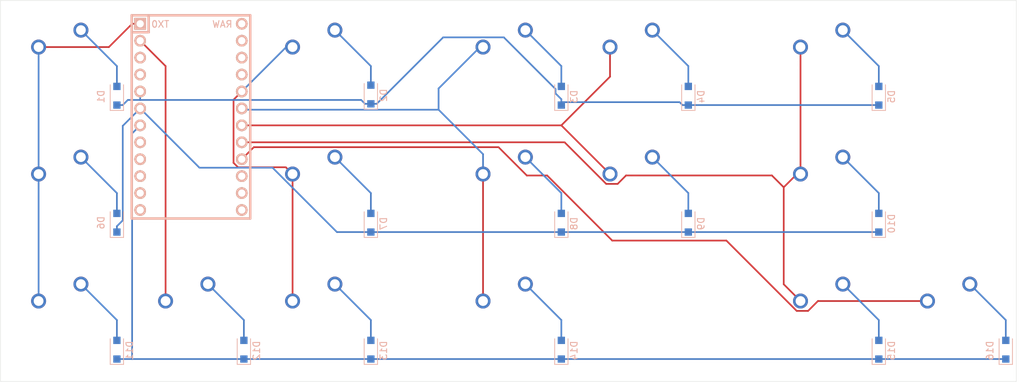
<source format=kicad_pcb>
(kicad_pcb (version 20171130) (host pcbnew "(5.1.10)-1")

  (general
    (thickness 1.6)
    (drawings 4)
    (tracks 118)
    (zones 0)
    (modules 33)
    (nets 41)
  )

  (page A4)
  (layers
    (0 F.Cu signal)
    (31 B.Cu signal)
    (32 B.Adhes user)
    (33 F.Adhes user)
    (34 B.Paste user)
    (35 F.Paste user)
    (36 B.SilkS user)
    (37 F.SilkS user)
    (38 B.Mask user)
    (39 F.Mask user)
    (40 Dwgs.User user)
    (41 Cmts.User user)
    (42 Eco1.User user)
    (43 Eco2.User user)
    (44 Edge.Cuts user)
    (45 Margin user)
    (46 B.CrtYd user)
    (47 F.CrtYd user)
    (48 B.Fab user)
    (49 F.Fab user)
  )

  (setup
    (last_trace_width 0.25)
    (trace_clearance 0.2)
    (zone_clearance 0.508)
    (zone_45_only no)
    (trace_min 0.2)
    (via_size 0.8)
    (via_drill 0.4)
    (via_min_size 0.4)
    (via_min_drill 0.3)
    (uvia_size 0.3)
    (uvia_drill 0.1)
    (uvias_allowed no)
    (uvia_min_size 0.2)
    (uvia_min_drill 0.1)
    (edge_width 0.05)
    (segment_width 0.2)
    (pcb_text_width 0.3)
    (pcb_text_size 1.5 1.5)
    (mod_edge_width 0.12)
    (mod_text_size 1 1)
    (mod_text_width 0.15)
    (pad_size 1.524 1.524)
    (pad_drill 0.762)
    (pad_to_mask_clearance 0)
    (aux_axis_origin 0 0)
    (visible_elements FFFFFF7F)
    (pcbplotparams
      (layerselection 0x010fc_ffffffff)
      (usegerberextensions false)
      (usegerberattributes true)
      (usegerberadvancedattributes true)
      (creategerberjobfile true)
      (excludeedgelayer true)
      (linewidth 0.100000)
      (plotframeref false)
      (viasonmask false)
      (mode 1)
      (useauxorigin false)
      (hpglpennumber 1)
      (hpglpenspeed 20)
      (hpglpendiameter 15.000000)
      (psnegative false)
      (psa4output false)
      (plotreference true)
      (plotvalue true)
      (plotinvisibletext false)
      (padsonsilk false)
      (subtractmaskfromsilk false)
      (outputformat 1)
      (mirror false)
      (drillshape 1)
      (scaleselection 1)
      (outputdirectory ""))
  )

  (net 0 "")
  (net 1 "Net-(D1-Pad2)")
  (net 2 ROW0)
  (net 3 "Net-(D2-Pad2)")
  (net 4 "Net-(D3-Pad2)")
  (net 5 "Net-(D4-Pad2)")
  (net 6 "Net-(D5-Pad2)")
  (net 7 "Net-(D6-Pad2)")
  (net 8 ROW1)
  (net 9 "Net-(D7-Pad2)")
  (net 10 "Net-(D8-Pad2)")
  (net 11 "Net-(D9-Pad2)")
  (net 12 "Net-(D10-Pad2)")
  (net 13 "Net-(D11-Pad2)")
  (net 14 ROW2)
  (net 15 "Net-(D12-Pad2)")
  (net 16 "Net-(D13-Pad2)")
  (net 17 "Net-(D14-Pad2)")
  (net 18 "Net-(D15-Pad2)")
  (net 19 "Net-(D16-Pad2)")
  (net 20 COL0)
  (net 21 COL2)
  (net 22 COL3)
  (net 23 COL4)
  (net 24 COL5)
  (net 25 COL1)
  (net 26 COL6)
  (net 27 "Net-(U1-Pad24)")
  (net 28 "Net-(U1-Pad12)")
  (net 29 "Net-(U1-Pad23)")
  (net 30 "Net-(U1-Pad22)")
  (net 31 "Net-(U1-Pad21)")
  (net 32 "Net-(U1-Pad15)")
  (net 33 "Net-(U1-Pad14)")
  (net 34 "Net-(U1-Pad13)")
  (net 35 "Net-(U1-Pad11)")
  (net 36 "Net-(U1-Pad10)")
  (net 37 "Net-(U1-Pad9)")
  (net 38 "Net-(U1-Pad8)")
  (net 39 "Net-(U1-Pad4)")
  (net 40 "Net-(U1-Pad3)")

  (net_class Default "This is the default net class."
    (clearance 0.2)
    (trace_width 0.25)
    (via_dia 0.8)
    (via_drill 0.4)
    (uvia_dia 0.3)
    (uvia_drill 0.1)
    (add_net COL0)
    (add_net COL1)
    (add_net COL2)
    (add_net COL3)
    (add_net COL4)
    (add_net COL5)
    (add_net COL6)
    (add_net "Net-(D1-Pad2)")
    (add_net "Net-(D10-Pad2)")
    (add_net "Net-(D11-Pad2)")
    (add_net "Net-(D12-Pad2)")
    (add_net "Net-(D13-Pad2)")
    (add_net "Net-(D14-Pad2)")
    (add_net "Net-(D15-Pad2)")
    (add_net "Net-(D16-Pad2)")
    (add_net "Net-(D2-Pad2)")
    (add_net "Net-(D3-Pad2)")
    (add_net "Net-(D4-Pad2)")
    (add_net "Net-(D5-Pad2)")
    (add_net "Net-(D6-Pad2)")
    (add_net "Net-(D7-Pad2)")
    (add_net "Net-(D8-Pad2)")
    (add_net "Net-(D9-Pad2)")
    (add_net "Net-(U1-Pad10)")
    (add_net "Net-(U1-Pad11)")
    (add_net "Net-(U1-Pad12)")
    (add_net "Net-(U1-Pad13)")
    (add_net "Net-(U1-Pad14)")
    (add_net "Net-(U1-Pad15)")
    (add_net "Net-(U1-Pad21)")
    (add_net "Net-(U1-Pad22)")
    (add_net "Net-(U1-Pad23)")
    (add_net "Net-(U1-Pad24)")
    (add_net "Net-(U1-Pad3)")
    (add_net "Net-(U1-Pad4)")
    (add_net "Net-(U1-Pad8)")
    (add_net "Net-(U1-Pad9)")
    (add_net ROW0)
    (add_net ROW1)
    (add_net ROW2)
  )

  (module Keebio-Parts:ArduinoProMicro-BackSide (layer F.Cu) (tedit 5A2034C3) (tstamp 616DB5B0)
    (at 53.975 112.712 270)
    (path /616DA8F8)
    (fp_text reference U1 (at 0 1.625 90) (layer F.SilkS) hide
      (effects (font (size 1.27 1.524) (thickness 0.2032)))
    )
    (fp_text value ProMicro (at 0 0 90) (layer F.SilkS) hide
      (effects (font (size 1.27 1.524) (thickness 0.2032)))
    )
    (fp_text user RAW (at -13.9 -4.7) (layer B.SilkS)
      (effects (font (size 1 1) (thickness 0.15)) (justify mirror))
    )
    (fp_text user TX0 (at -13.9 4.6) (layer B.SilkS)
      (effects (font (size 1 1) (thickness 0.15)) (justify mirror))
    )
    (fp_line (start -15.24 -8.89) (end -15.24 8.89) (layer B.SilkS) (width 0.381))
    (fp_line (start -15.24 8.89) (end 15.24 8.89) (layer B.SilkS) (width 0.381))
    (fp_line (start 15.24 8.89) (end 15.24 -8.89) (layer B.SilkS) (width 0.381))
    (fp_line (start 15.24 -8.89) (end -15.24 -8.89) (layer B.SilkS) (width 0.381))
    (fp_line (start -15.24 6.35) (end -12.7 6.35) (layer B.SilkS) (width 0.381))
    (fp_line (start -12.7 6.35) (end -12.7 8.89) (layer B.SilkS) (width 0.381))
    (pad 24 thru_hole circle (at -13.97 -7.62 270) (size 1.7526 1.7526) (drill 1.0922) (layers *.Cu *.SilkS *.Mask)
      (net 27 "Net-(U1-Pad24)"))
    (pad 12 thru_hole circle (at 13.97 7.62 270) (size 1.7526 1.7526) (drill 1.0922) (layers *.Cu *.SilkS *.Mask)
      (net 28 "Net-(U1-Pad12)"))
    (pad 23 thru_hole circle (at -11.43 -7.62 270) (size 1.7526 1.7526) (drill 1.0922) (layers *.Cu *.SilkS *.Mask)
      (net 29 "Net-(U1-Pad23)"))
    (pad 22 thru_hole circle (at -8.89 -7.62 270) (size 1.7526 1.7526) (drill 1.0922) (layers *.Cu *.SilkS *.Mask)
      (net 30 "Net-(U1-Pad22)"))
    (pad 21 thru_hole circle (at -6.35 -7.62 270) (size 1.7526 1.7526) (drill 1.0922) (layers *.Cu *.SilkS *.Mask)
      (net 31 "Net-(U1-Pad21)"))
    (pad 20 thru_hole circle (at -3.81 -7.62 270) (size 1.7526 1.7526) (drill 1.0922) (layers *.Cu *.SilkS *.Mask)
      (net 21 COL2))
    (pad 19 thru_hole circle (at -1.27 -7.62 270) (size 1.7526 1.7526) (drill 1.0922) (layers *.Cu *.SilkS *.Mask)
      (net 22 COL3))
    (pad 18 thru_hole circle (at 1.27 -7.62 270) (size 1.7526 1.7526) (drill 1.0922) (layers *.Cu *.SilkS *.Mask)
      (net 23 COL4))
    (pad 17 thru_hole circle (at 3.81 -7.62 270) (size 1.7526 1.7526) (drill 1.0922) (layers *.Cu *.SilkS *.Mask)
      (net 24 COL5))
    (pad 16 thru_hole circle (at 6.35 -7.62 270) (size 1.7526 1.7526) (drill 1.0922) (layers *.Cu *.SilkS *.Mask)
      (net 26 COL6))
    (pad 15 thru_hole circle (at 8.89 -7.62 270) (size 1.7526 1.7526) (drill 1.0922) (layers *.Cu *.SilkS *.Mask)
      (net 32 "Net-(U1-Pad15)"))
    (pad 14 thru_hole circle (at 11.43 -7.62 270) (size 1.7526 1.7526) (drill 1.0922) (layers *.Cu *.SilkS *.Mask)
      (net 33 "Net-(U1-Pad14)"))
    (pad 13 thru_hole circle (at 13.97 -7.62 270) (size 1.7526 1.7526) (drill 1.0922) (layers *.Cu *.SilkS *.Mask)
      (net 34 "Net-(U1-Pad13)"))
    (pad 11 thru_hole circle (at 11.43 7.62 270) (size 1.7526 1.7526) (drill 1.0922) (layers *.Cu *.SilkS *.Mask)
      (net 35 "Net-(U1-Pad11)"))
    (pad 10 thru_hole circle (at 8.89 7.62 270) (size 1.7526 1.7526) (drill 1.0922) (layers *.Cu *.SilkS *.Mask)
      (net 36 "Net-(U1-Pad10)"))
    (pad 9 thru_hole circle (at 6.35 7.62 270) (size 1.7526 1.7526) (drill 1.0922) (layers *.Cu *.SilkS *.Mask)
      (net 37 "Net-(U1-Pad9)"))
    (pad 8 thru_hole circle (at 3.81 7.62 270) (size 1.7526 1.7526) (drill 1.0922) (layers *.Cu *.SilkS *.Mask)
      (net 38 "Net-(U1-Pad8)"))
    (pad 7 thru_hole circle (at 1.27 7.62 270) (size 1.7526 1.7526) (drill 1.0922) (layers *.Cu *.SilkS *.Mask)
      (net 14 ROW2))
    (pad 6 thru_hole circle (at -1.27 7.62 270) (size 1.7526 1.7526) (drill 1.0922) (layers *.Cu *.SilkS *.Mask)
      (net 8 ROW1))
    (pad 5 thru_hole circle (at -3.81 7.62 270) (size 1.7526 1.7526) (drill 1.0922) (layers *.Cu *.SilkS *.Mask)
      (net 2 ROW0))
    (pad 4 thru_hole circle (at -6.35 7.62 270) (size 1.7526 1.7526) (drill 1.0922) (layers *.Cu *.SilkS *.Mask)
      (net 39 "Net-(U1-Pad4)"))
    (pad 3 thru_hole circle (at -8.89 7.62 270) (size 1.7526 1.7526) (drill 1.0922) (layers *.Cu *.SilkS *.Mask)
      (net 40 "Net-(U1-Pad3)"))
    (pad 2 thru_hole circle (at -11.43 7.62 270) (size 1.7526 1.7526) (drill 1.0922) (layers *.Cu *.SilkS *.Mask)
      (net 25 COL1))
    (pad 1 thru_hole rect (at -13.97 7.62 270) (size 1.7526 1.7526) (drill 1.0922) (layers *.Cu *.SilkS *.Mask)
      (net 20 COL0))
    (model /Users/danny/Documents/proj/custom-keyboard/kicad-libs/3d_models/ArduinoProMicro.wrl
      (offset (xyz -13.96999979019165 -7.619999885559082 -5.841999912261963))
      (scale (xyz 0.395 0.395 0.395))
      (rotate (xyz 90 180 180))
    )
  )

  (module MX_Only:MXOnly-1U-NoLED (layer F.Cu) (tedit 5BD3C6C7) (tstamp 616DB546)
    (at 168.275 142.875)
    (path /616ECE35)
    (fp_text reference MX16 (at 0 3.175) (layer Dwgs.User)
      (effects (font (size 1 1) (thickness 0.15)))
    )
    (fp_text value MX-NoLED (at 0 -7.9375) (layer Dwgs.User)
      (effects (font (size 1 1) (thickness 0.15)))
    )
    (fp_line (start -9.525 9.525) (end -9.525 -9.525) (layer Dwgs.User) (width 0.15))
    (fp_line (start 9.525 9.525) (end -9.525 9.525) (layer Dwgs.User) (width 0.15))
    (fp_line (start 9.525 -9.525) (end 9.525 9.525) (layer Dwgs.User) (width 0.15))
    (fp_line (start -9.525 -9.525) (end 9.525 -9.525) (layer Dwgs.User) (width 0.15))
    (fp_line (start -7 -7) (end -7 -5) (layer Dwgs.User) (width 0.15))
    (fp_line (start -5 -7) (end -7 -7) (layer Dwgs.User) (width 0.15))
    (fp_line (start -7 7) (end -5 7) (layer Dwgs.User) (width 0.15))
    (fp_line (start -7 5) (end -7 7) (layer Dwgs.User) (width 0.15))
    (fp_line (start 7 7) (end 7 5) (layer Dwgs.User) (width 0.15))
    (fp_line (start 5 7) (end 7 7) (layer Dwgs.User) (width 0.15))
    (fp_line (start 7 -7) (end 7 -5) (layer Dwgs.User) (width 0.15))
    (fp_line (start 5 -7) (end 7 -7) (layer Dwgs.User) (width 0.15))
    (pad 2 thru_hole circle (at 2.54 -5.08) (size 2.25 2.25) (drill 1.47) (layers *.Cu B.Mask)
      (net 19 "Net-(D16-Pad2)"))
    (pad "" np_thru_hole circle (at 0 0) (size 3.9878 3.9878) (drill 3.9878) (layers *.Cu *.Mask))
    (pad 1 thru_hole circle (at -3.81 -2.54) (size 2.25 2.25) (drill 1.47) (layers *.Cu B.Mask)
      (net 26 COL6))
    (pad "" np_thru_hole circle (at -5.08 0 48.0996) (size 1.75 1.75) (drill 1.75) (layers *.Cu *.Mask))
    (pad "" np_thru_hole circle (at 5.08 0 48.0996) (size 1.75 1.75) (drill 1.75) (layers *.Cu *.Mask))
  )

  (module MX_Only:MXOnly-1U-NoLED (layer F.Cu) (tedit 5BD3C6C7) (tstamp 616DB531)
    (at 149.225 142.875)
    (path /616EC66D)
    (fp_text reference MX15 (at 0 3.175) (layer Dwgs.User)
      (effects (font (size 1 1) (thickness 0.15)))
    )
    (fp_text value MX-NoLED (at 0 -7.9375) (layer Dwgs.User)
      (effects (font (size 1 1) (thickness 0.15)))
    )
    (fp_line (start -9.525 9.525) (end -9.525 -9.525) (layer Dwgs.User) (width 0.15))
    (fp_line (start 9.525 9.525) (end -9.525 9.525) (layer Dwgs.User) (width 0.15))
    (fp_line (start 9.525 -9.525) (end 9.525 9.525) (layer Dwgs.User) (width 0.15))
    (fp_line (start -9.525 -9.525) (end 9.525 -9.525) (layer Dwgs.User) (width 0.15))
    (fp_line (start -7 -7) (end -7 -5) (layer Dwgs.User) (width 0.15))
    (fp_line (start -5 -7) (end -7 -7) (layer Dwgs.User) (width 0.15))
    (fp_line (start -7 7) (end -5 7) (layer Dwgs.User) (width 0.15))
    (fp_line (start -7 5) (end -7 7) (layer Dwgs.User) (width 0.15))
    (fp_line (start 7 7) (end 7 5) (layer Dwgs.User) (width 0.15))
    (fp_line (start 5 7) (end 7 7) (layer Dwgs.User) (width 0.15))
    (fp_line (start 7 -7) (end 7 -5) (layer Dwgs.User) (width 0.15))
    (fp_line (start 5 -7) (end 7 -7) (layer Dwgs.User) (width 0.15))
    (pad 2 thru_hole circle (at 2.54 -5.08) (size 2.25 2.25) (drill 1.47) (layers *.Cu B.Mask)
      (net 18 "Net-(D15-Pad2)"))
    (pad "" np_thru_hole circle (at 0 0) (size 3.9878 3.9878) (drill 3.9878) (layers *.Cu *.Mask))
    (pad 1 thru_hole circle (at -3.81 -2.54) (size 2.25 2.25) (drill 1.47) (layers *.Cu B.Mask)
      (net 24 COL5))
    (pad "" np_thru_hole circle (at -5.08 0 48.0996) (size 1.75 1.75) (drill 1.75) (layers *.Cu *.Mask))
    (pad "" np_thru_hole circle (at 5.08 0 48.0996) (size 1.75 1.75) (drill 1.75) (layers *.Cu *.Mask))
  )

  (module MX_Only:MXOnly-1U-NoLED (layer F.Cu) (tedit 5BD3C6C7) (tstamp 616DB51C)
    (at 101.6 142.875)
    (path /616E441B)
    (fp_text reference MX14 (at 0 3.175) (layer Dwgs.User)
      (effects (font (size 1 1) (thickness 0.15)))
    )
    (fp_text value MX-NoLED (at 0 -7.9375) (layer Dwgs.User)
      (effects (font (size 1 1) (thickness 0.15)))
    )
    (fp_line (start -9.525 9.525) (end -9.525 -9.525) (layer Dwgs.User) (width 0.15))
    (fp_line (start 9.525 9.525) (end -9.525 9.525) (layer Dwgs.User) (width 0.15))
    (fp_line (start 9.525 -9.525) (end 9.525 9.525) (layer Dwgs.User) (width 0.15))
    (fp_line (start -9.525 -9.525) (end 9.525 -9.525) (layer Dwgs.User) (width 0.15))
    (fp_line (start -7 -7) (end -7 -5) (layer Dwgs.User) (width 0.15))
    (fp_line (start -5 -7) (end -7 -7) (layer Dwgs.User) (width 0.15))
    (fp_line (start -7 7) (end -5 7) (layer Dwgs.User) (width 0.15))
    (fp_line (start -7 5) (end -7 7) (layer Dwgs.User) (width 0.15))
    (fp_line (start 7 7) (end 7 5) (layer Dwgs.User) (width 0.15))
    (fp_line (start 5 7) (end 7 7) (layer Dwgs.User) (width 0.15))
    (fp_line (start 7 -7) (end 7 -5) (layer Dwgs.User) (width 0.15))
    (fp_line (start 5 -7) (end 7 -7) (layer Dwgs.User) (width 0.15))
    (pad 2 thru_hole circle (at 2.54 -5.08) (size 2.25 2.25) (drill 1.47) (layers *.Cu B.Mask)
      (net 17 "Net-(D14-Pad2)"))
    (pad "" np_thru_hole circle (at 0 0) (size 3.9878 3.9878) (drill 3.9878) (layers *.Cu *.Mask))
    (pad 1 thru_hole circle (at -3.81 -2.54) (size 2.25 2.25) (drill 1.47) (layers *.Cu B.Mask)
      (net 22 COL3))
    (pad "" np_thru_hole circle (at -5.08 0 48.0996) (size 1.75 1.75) (drill 1.75) (layers *.Cu *.Mask))
    (pad "" np_thru_hole circle (at 5.08 0 48.0996) (size 1.75 1.75) (drill 1.75) (layers *.Cu *.Mask))
  )

  (module MX_Only:MXOnly-1U-NoLED (layer F.Cu) (tedit 5BD3C6C7) (tstamp 616DB507)
    (at 73.025 142.875)
    (path /616E1F29)
    (fp_text reference MX13 (at 0 3.175) (layer Dwgs.User)
      (effects (font (size 1 1) (thickness 0.15)))
    )
    (fp_text value MX-NoLED (at 0 -7.9375) (layer Dwgs.User)
      (effects (font (size 1 1) (thickness 0.15)))
    )
    (fp_line (start -9.525 9.525) (end -9.525 -9.525) (layer Dwgs.User) (width 0.15))
    (fp_line (start 9.525 9.525) (end -9.525 9.525) (layer Dwgs.User) (width 0.15))
    (fp_line (start 9.525 -9.525) (end 9.525 9.525) (layer Dwgs.User) (width 0.15))
    (fp_line (start -9.525 -9.525) (end 9.525 -9.525) (layer Dwgs.User) (width 0.15))
    (fp_line (start -7 -7) (end -7 -5) (layer Dwgs.User) (width 0.15))
    (fp_line (start -5 -7) (end -7 -7) (layer Dwgs.User) (width 0.15))
    (fp_line (start -7 7) (end -5 7) (layer Dwgs.User) (width 0.15))
    (fp_line (start -7 5) (end -7 7) (layer Dwgs.User) (width 0.15))
    (fp_line (start 7 7) (end 7 5) (layer Dwgs.User) (width 0.15))
    (fp_line (start 5 7) (end 7 7) (layer Dwgs.User) (width 0.15))
    (fp_line (start 7 -7) (end 7 -5) (layer Dwgs.User) (width 0.15))
    (fp_line (start 5 -7) (end 7 -7) (layer Dwgs.User) (width 0.15))
    (pad 2 thru_hole circle (at 2.54 -5.08) (size 2.25 2.25) (drill 1.47) (layers *.Cu B.Mask)
      (net 16 "Net-(D13-Pad2)"))
    (pad "" np_thru_hole circle (at 0 0) (size 3.9878 3.9878) (drill 3.9878) (layers *.Cu *.Mask))
    (pad 1 thru_hole circle (at -3.81 -2.54) (size 2.25 2.25) (drill 1.47) (layers *.Cu B.Mask)
      (net 21 COL2))
    (pad "" np_thru_hole circle (at -5.08 0 48.0996) (size 1.75 1.75) (drill 1.75) (layers *.Cu *.Mask))
    (pad "" np_thru_hole circle (at 5.08 0 48.0996) (size 1.75 1.75) (drill 1.75) (layers *.Cu *.Mask))
  )

  (module MX_Only:MXOnly-1U-NoLED (layer F.Cu) (tedit 5BD3C6C7) (tstamp 616DB4F2)
    (at 53.975 142.875)
    (path /616E1065)
    (fp_text reference MX12 (at 0 3.175) (layer Dwgs.User)
      (effects (font (size 1 1) (thickness 0.15)))
    )
    (fp_text value MX-NoLED (at 0 -7.9375) (layer Dwgs.User)
      (effects (font (size 1 1) (thickness 0.15)))
    )
    (fp_line (start -9.525 9.525) (end -9.525 -9.525) (layer Dwgs.User) (width 0.15))
    (fp_line (start 9.525 9.525) (end -9.525 9.525) (layer Dwgs.User) (width 0.15))
    (fp_line (start 9.525 -9.525) (end 9.525 9.525) (layer Dwgs.User) (width 0.15))
    (fp_line (start -9.525 -9.525) (end 9.525 -9.525) (layer Dwgs.User) (width 0.15))
    (fp_line (start -7 -7) (end -7 -5) (layer Dwgs.User) (width 0.15))
    (fp_line (start -5 -7) (end -7 -7) (layer Dwgs.User) (width 0.15))
    (fp_line (start -7 7) (end -5 7) (layer Dwgs.User) (width 0.15))
    (fp_line (start -7 5) (end -7 7) (layer Dwgs.User) (width 0.15))
    (fp_line (start 7 7) (end 7 5) (layer Dwgs.User) (width 0.15))
    (fp_line (start 5 7) (end 7 7) (layer Dwgs.User) (width 0.15))
    (fp_line (start 7 -7) (end 7 -5) (layer Dwgs.User) (width 0.15))
    (fp_line (start 5 -7) (end 7 -7) (layer Dwgs.User) (width 0.15))
    (pad 2 thru_hole circle (at 2.54 -5.08) (size 2.25 2.25) (drill 1.47) (layers *.Cu B.Mask)
      (net 15 "Net-(D12-Pad2)"))
    (pad "" np_thru_hole circle (at 0 0) (size 3.9878 3.9878) (drill 3.9878) (layers *.Cu *.Mask))
    (pad 1 thru_hole circle (at -3.81 -2.54) (size 2.25 2.25) (drill 1.47) (layers *.Cu B.Mask)
      (net 25 COL1))
    (pad "" np_thru_hole circle (at -5.08 0 48.0996) (size 1.75 1.75) (drill 1.75) (layers *.Cu *.Mask))
    (pad "" np_thru_hole circle (at 5.08 0 48.0996) (size 1.75 1.75) (drill 1.75) (layers *.Cu *.Mask))
  )

  (module MX_Only:MXOnly-1U-NoLED (layer F.Cu) (tedit 5BD3C6C7) (tstamp 616DB4DD)
    (at 34.925 142.875)
    (path /616E08AB)
    (fp_text reference MX11 (at 0 3.175) (layer Dwgs.User)
      (effects (font (size 1 1) (thickness 0.15)))
    )
    (fp_text value MX-NoLED (at 0 -7.9375) (layer Dwgs.User)
      (effects (font (size 1 1) (thickness 0.15)))
    )
    (fp_line (start -9.525 9.525) (end -9.525 -9.525) (layer Dwgs.User) (width 0.15))
    (fp_line (start 9.525 9.525) (end -9.525 9.525) (layer Dwgs.User) (width 0.15))
    (fp_line (start 9.525 -9.525) (end 9.525 9.525) (layer Dwgs.User) (width 0.15))
    (fp_line (start -9.525 -9.525) (end 9.525 -9.525) (layer Dwgs.User) (width 0.15))
    (fp_line (start -7 -7) (end -7 -5) (layer Dwgs.User) (width 0.15))
    (fp_line (start -5 -7) (end -7 -7) (layer Dwgs.User) (width 0.15))
    (fp_line (start -7 7) (end -5 7) (layer Dwgs.User) (width 0.15))
    (fp_line (start -7 5) (end -7 7) (layer Dwgs.User) (width 0.15))
    (fp_line (start 7 7) (end 7 5) (layer Dwgs.User) (width 0.15))
    (fp_line (start 5 7) (end 7 7) (layer Dwgs.User) (width 0.15))
    (fp_line (start 7 -7) (end 7 -5) (layer Dwgs.User) (width 0.15))
    (fp_line (start 5 -7) (end 7 -7) (layer Dwgs.User) (width 0.15))
    (pad 2 thru_hole circle (at 2.54 -5.08) (size 2.25 2.25) (drill 1.47) (layers *.Cu B.Mask)
      (net 13 "Net-(D11-Pad2)"))
    (pad "" np_thru_hole circle (at 0 0) (size 3.9878 3.9878) (drill 3.9878) (layers *.Cu *.Mask))
    (pad 1 thru_hole circle (at -3.81 -2.54) (size 2.25 2.25) (drill 1.47) (layers *.Cu B.Mask)
      (net 20 COL0))
    (pad "" np_thru_hole circle (at -5.08 0 48.0996) (size 1.75 1.75) (drill 1.75) (layers *.Cu *.Mask))
    (pad "" np_thru_hole circle (at 5.08 0 48.0996) (size 1.75 1.75) (drill 1.75) (layers *.Cu *.Mask))
  )

  (module MX_Only:MXOnly-1U-NoLED (layer F.Cu) (tedit 5BD3C6C7) (tstamp 616DB4C8)
    (at 149.225 123.825)
    (path /616EB1D5)
    (fp_text reference MX10 (at 0 3.175) (layer Dwgs.User)
      (effects (font (size 1 1) (thickness 0.15)))
    )
    (fp_text value MX-NoLED (at 0 -7.9375) (layer Dwgs.User)
      (effects (font (size 1 1) (thickness 0.15)))
    )
    (fp_line (start -9.525 9.525) (end -9.525 -9.525) (layer Dwgs.User) (width 0.15))
    (fp_line (start 9.525 9.525) (end -9.525 9.525) (layer Dwgs.User) (width 0.15))
    (fp_line (start 9.525 -9.525) (end 9.525 9.525) (layer Dwgs.User) (width 0.15))
    (fp_line (start -9.525 -9.525) (end 9.525 -9.525) (layer Dwgs.User) (width 0.15))
    (fp_line (start -7 -7) (end -7 -5) (layer Dwgs.User) (width 0.15))
    (fp_line (start -5 -7) (end -7 -7) (layer Dwgs.User) (width 0.15))
    (fp_line (start -7 7) (end -5 7) (layer Dwgs.User) (width 0.15))
    (fp_line (start -7 5) (end -7 7) (layer Dwgs.User) (width 0.15))
    (fp_line (start 7 7) (end 7 5) (layer Dwgs.User) (width 0.15))
    (fp_line (start 5 7) (end 7 7) (layer Dwgs.User) (width 0.15))
    (fp_line (start 7 -7) (end 7 -5) (layer Dwgs.User) (width 0.15))
    (fp_line (start 5 -7) (end 7 -7) (layer Dwgs.User) (width 0.15))
    (pad 2 thru_hole circle (at 2.54 -5.08) (size 2.25 2.25) (drill 1.47) (layers *.Cu B.Mask)
      (net 12 "Net-(D10-Pad2)"))
    (pad "" np_thru_hole circle (at 0 0) (size 3.9878 3.9878) (drill 3.9878) (layers *.Cu *.Mask))
    (pad 1 thru_hole circle (at -3.81 -2.54) (size 2.25 2.25) (drill 1.47) (layers *.Cu B.Mask)
      (net 24 COL5))
    (pad "" np_thru_hole circle (at -5.08 0 48.0996) (size 1.75 1.75) (drill 1.75) (layers *.Cu *.Mask))
    (pad "" np_thru_hole circle (at 5.08 0 48.0996) (size 1.75 1.75) (drill 1.75) (layers *.Cu *.Mask))
  )

  (module MX_Only:MXOnly-1U-NoLED (layer F.Cu) (tedit 5BD3C6C7) (tstamp 616DB4B3)
    (at 120.65 123.825)
    (path /616E707F)
    (fp_text reference MX9 (at 0 3.175) (layer Dwgs.User)
      (effects (font (size 1 1) (thickness 0.15)))
    )
    (fp_text value MX-NoLED (at 0 -7.9375) (layer Dwgs.User)
      (effects (font (size 1 1) (thickness 0.15)))
    )
    (fp_line (start -9.525 9.525) (end -9.525 -9.525) (layer Dwgs.User) (width 0.15))
    (fp_line (start 9.525 9.525) (end -9.525 9.525) (layer Dwgs.User) (width 0.15))
    (fp_line (start 9.525 -9.525) (end 9.525 9.525) (layer Dwgs.User) (width 0.15))
    (fp_line (start -9.525 -9.525) (end 9.525 -9.525) (layer Dwgs.User) (width 0.15))
    (fp_line (start -7 -7) (end -7 -5) (layer Dwgs.User) (width 0.15))
    (fp_line (start -5 -7) (end -7 -7) (layer Dwgs.User) (width 0.15))
    (fp_line (start -7 7) (end -5 7) (layer Dwgs.User) (width 0.15))
    (fp_line (start -7 5) (end -7 7) (layer Dwgs.User) (width 0.15))
    (fp_line (start 7 7) (end 7 5) (layer Dwgs.User) (width 0.15))
    (fp_line (start 5 7) (end 7 7) (layer Dwgs.User) (width 0.15))
    (fp_line (start 7 -7) (end 7 -5) (layer Dwgs.User) (width 0.15))
    (fp_line (start 5 -7) (end 7 -7) (layer Dwgs.User) (width 0.15))
    (pad 2 thru_hole circle (at 2.54 -5.08) (size 2.25 2.25) (drill 1.47) (layers *.Cu B.Mask)
      (net 11 "Net-(D9-Pad2)"))
    (pad "" np_thru_hole circle (at 0 0) (size 3.9878 3.9878) (drill 3.9878) (layers *.Cu *.Mask))
    (pad 1 thru_hole circle (at -3.81 -2.54) (size 2.25 2.25) (drill 1.47) (layers *.Cu B.Mask)
      (net 23 COL4))
    (pad "" np_thru_hole circle (at -5.08 0 48.0996) (size 1.75 1.75) (drill 1.75) (layers *.Cu *.Mask))
    (pad "" np_thru_hole circle (at 5.08 0 48.0996) (size 1.75 1.75) (drill 1.75) (layers *.Cu *.Mask))
  )

  (module MX_Only:MXOnly-1U-NoLED (layer F.Cu) (tedit 5BD3C6C7) (tstamp 616DB49E)
    (at 101.6 123.825)
    (path /616E50B5)
    (fp_text reference MX8 (at 0 3.175) (layer Dwgs.User)
      (effects (font (size 1 1) (thickness 0.15)))
    )
    (fp_text value MX-NoLED (at 0 -7.9375) (layer Dwgs.User)
      (effects (font (size 1 1) (thickness 0.15)))
    )
    (fp_line (start -9.525 9.525) (end -9.525 -9.525) (layer Dwgs.User) (width 0.15))
    (fp_line (start 9.525 9.525) (end -9.525 9.525) (layer Dwgs.User) (width 0.15))
    (fp_line (start 9.525 -9.525) (end 9.525 9.525) (layer Dwgs.User) (width 0.15))
    (fp_line (start -9.525 -9.525) (end 9.525 -9.525) (layer Dwgs.User) (width 0.15))
    (fp_line (start -7 -7) (end -7 -5) (layer Dwgs.User) (width 0.15))
    (fp_line (start -5 -7) (end -7 -7) (layer Dwgs.User) (width 0.15))
    (fp_line (start -7 7) (end -5 7) (layer Dwgs.User) (width 0.15))
    (fp_line (start -7 5) (end -7 7) (layer Dwgs.User) (width 0.15))
    (fp_line (start 7 7) (end 7 5) (layer Dwgs.User) (width 0.15))
    (fp_line (start 5 7) (end 7 7) (layer Dwgs.User) (width 0.15))
    (fp_line (start 7 -7) (end 7 -5) (layer Dwgs.User) (width 0.15))
    (fp_line (start 5 -7) (end 7 -7) (layer Dwgs.User) (width 0.15))
    (pad 2 thru_hole circle (at 2.54 -5.08) (size 2.25 2.25) (drill 1.47) (layers *.Cu B.Mask)
      (net 10 "Net-(D8-Pad2)"))
    (pad "" np_thru_hole circle (at 0 0) (size 3.9878 3.9878) (drill 3.9878) (layers *.Cu *.Mask))
    (pad 1 thru_hole circle (at -3.81 -2.54) (size 2.25 2.25) (drill 1.47) (layers *.Cu B.Mask)
      (net 22 COL3))
    (pad "" np_thru_hole circle (at -5.08 0 48.0996) (size 1.75 1.75) (drill 1.75) (layers *.Cu *.Mask))
    (pad "" np_thru_hole circle (at 5.08 0 48.0996) (size 1.75 1.75) (drill 1.75) (layers *.Cu *.Mask))
  )

  (module MX_Only:MXOnly-1U-NoLED (layer F.Cu) (tedit 5BD3C6C7) (tstamp 616DB489)
    (at 73.025 123.825)
    (path /616E2A67)
    (fp_text reference MX7 (at 0 3.175) (layer Dwgs.User)
      (effects (font (size 1 1) (thickness 0.15)))
    )
    (fp_text value MX-NoLED (at 0 -7.9375) (layer Dwgs.User)
      (effects (font (size 1 1) (thickness 0.15)))
    )
    (fp_line (start -9.525 9.525) (end -9.525 -9.525) (layer Dwgs.User) (width 0.15))
    (fp_line (start 9.525 9.525) (end -9.525 9.525) (layer Dwgs.User) (width 0.15))
    (fp_line (start 9.525 -9.525) (end 9.525 9.525) (layer Dwgs.User) (width 0.15))
    (fp_line (start -9.525 -9.525) (end 9.525 -9.525) (layer Dwgs.User) (width 0.15))
    (fp_line (start -7 -7) (end -7 -5) (layer Dwgs.User) (width 0.15))
    (fp_line (start -5 -7) (end -7 -7) (layer Dwgs.User) (width 0.15))
    (fp_line (start -7 7) (end -5 7) (layer Dwgs.User) (width 0.15))
    (fp_line (start -7 5) (end -7 7) (layer Dwgs.User) (width 0.15))
    (fp_line (start 7 7) (end 7 5) (layer Dwgs.User) (width 0.15))
    (fp_line (start 5 7) (end 7 7) (layer Dwgs.User) (width 0.15))
    (fp_line (start 7 -7) (end 7 -5) (layer Dwgs.User) (width 0.15))
    (fp_line (start 5 -7) (end 7 -7) (layer Dwgs.User) (width 0.15))
    (pad 2 thru_hole circle (at 2.54 -5.08) (size 2.25 2.25) (drill 1.47) (layers *.Cu B.Mask)
      (net 9 "Net-(D7-Pad2)"))
    (pad "" np_thru_hole circle (at 0 0) (size 3.9878 3.9878) (drill 3.9878) (layers *.Cu *.Mask))
    (pad 1 thru_hole circle (at -3.81 -2.54) (size 2.25 2.25) (drill 1.47) (layers *.Cu B.Mask)
      (net 21 COL2))
    (pad "" np_thru_hole circle (at -5.08 0 48.0996) (size 1.75 1.75) (drill 1.75) (layers *.Cu *.Mask))
    (pad "" np_thru_hole circle (at 5.08 0 48.0996) (size 1.75 1.75) (drill 1.75) (layers *.Cu *.Mask))
  )

  (module MX_Only:MXOnly-1U-NoLED (layer F.Cu) (tedit 5BD3C6C7) (tstamp 616DB474)
    (at 34.925 123.825)
    (path /616DFE7B)
    (fp_text reference MX6 (at 0 3.175) (layer Dwgs.User)
      (effects (font (size 1 1) (thickness 0.15)))
    )
    (fp_text value MX-NoLED (at 0 -7.9375) (layer Dwgs.User)
      (effects (font (size 1 1) (thickness 0.15)))
    )
    (fp_line (start -9.525 9.525) (end -9.525 -9.525) (layer Dwgs.User) (width 0.15))
    (fp_line (start 9.525 9.525) (end -9.525 9.525) (layer Dwgs.User) (width 0.15))
    (fp_line (start 9.525 -9.525) (end 9.525 9.525) (layer Dwgs.User) (width 0.15))
    (fp_line (start -9.525 -9.525) (end 9.525 -9.525) (layer Dwgs.User) (width 0.15))
    (fp_line (start -7 -7) (end -7 -5) (layer Dwgs.User) (width 0.15))
    (fp_line (start -5 -7) (end -7 -7) (layer Dwgs.User) (width 0.15))
    (fp_line (start -7 7) (end -5 7) (layer Dwgs.User) (width 0.15))
    (fp_line (start -7 5) (end -7 7) (layer Dwgs.User) (width 0.15))
    (fp_line (start 7 7) (end 7 5) (layer Dwgs.User) (width 0.15))
    (fp_line (start 5 7) (end 7 7) (layer Dwgs.User) (width 0.15))
    (fp_line (start 7 -7) (end 7 -5) (layer Dwgs.User) (width 0.15))
    (fp_line (start 5 -7) (end 7 -7) (layer Dwgs.User) (width 0.15))
    (pad 2 thru_hole circle (at 2.54 -5.08) (size 2.25 2.25) (drill 1.47) (layers *.Cu B.Mask)
      (net 7 "Net-(D6-Pad2)"))
    (pad "" np_thru_hole circle (at 0 0) (size 3.9878 3.9878) (drill 3.9878) (layers *.Cu *.Mask))
    (pad 1 thru_hole circle (at -3.81 -2.54) (size 2.25 2.25) (drill 1.47) (layers *.Cu B.Mask)
      (net 20 COL0))
    (pad "" np_thru_hole circle (at -5.08 0 48.0996) (size 1.75 1.75) (drill 1.75) (layers *.Cu *.Mask))
    (pad "" np_thru_hole circle (at 5.08 0 48.0996) (size 1.75 1.75) (drill 1.75) (layers *.Cu *.Mask))
  )

  (module MX_Only:MXOnly-1U-NoLED (layer F.Cu) (tedit 5BD3C6C7) (tstamp 616DB45F)
    (at 149.225 104.775)
    (path /616EA7C5)
    (fp_text reference MX5 (at 0 3.175) (layer Dwgs.User)
      (effects (font (size 1 1) (thickness 0.15)))
    )
    (fp_text value MX-NoLED (at 0 -7.9375) (layer Dwgs.User)
      (effects (font (size 1 1) (thickness 0.15)))
    )
    (fp_line (start -9.525 9.525) (end -9.525 -9.525) (layer Dwgs.User) (width 0.15))
    (fp_line (start 9.525 9.525) (end -9.525 9.525) (layer Dwgs.User) (width 0.15))
    (fp_line (start 9.525 -9.525) (end 9.525 9.525) (layer Dwgs.User) (width 0.15))
    (fp_line (start -9.525 -9.525) (end 9.525 -9.525) (layer Dwgs.User) (width 0.15))
    (fp_line (start -7 -7) (end -7 -5) (layer Dwgs.User) (width 0.15))
    (fp_line (start -5 -7) (end -7 -7) (layer Dwgs.User) (width 0.15))
    (fp_line (start -7 7) (end -5 7) (layer Dwgs.User) (width 0.15))
    (fp_line (start -7 5) (end -7 7) (layer Dwgs.User) (width 0.15))
    (fp_line (start 7 7) (end 7 5) (layer Dwgs.User) (width 0.15))
    (fp_line (start 5 7) (end 7 7) (layer Dwgs.User) (width 0.15))
    (fp_line (start 7 -7) (end 7 -5) (layer Dwgs.User) (width 0.15))
    (fp_line (start 5 -7) (end 7 -7) (layer Dwgs.User) (width 0.15))
    (pad 2 thru_hole circle (at 2.54 -5.08) (size 2.25 2.25) (drill 1.47) (layers *.Cu B.Mask)
      (net 6 "Net-(D5-Pad2)"))
    (pad "" np_thru_hole circle (at 0 0) (size 3.9878 3.9878) (drill 3.9878) (layers *.Cu *.Mask))
    (pad 1 thru_hole circle (at -3.81 -2.54) (size 2.25 2.25) (drill 1.47) (layers *.Cu B.Mask)
      (net 24 COL5))
    (pad "" np_thru_hole circle (at -5.08 0 48.0996) (size 1.75 1.75) (drill 1.75) (layers *.Cu *.Mask))
    (pad "" np_thru_hole circle (at 5.08 0 48.0996) (size 1.75 1.75) (drill 1.75) (layers *.Cu *.Mask))
  )

  (module MX_Only:MXOnly-1U-NoLED (layer F.Cu) (tedit 5BD3C6C7) (tstamp 616DB44A)
    (at 120.65 104.775)
    (path /616E67D1)
    (fp_text reference MX4 (at 0 3.175) (layer Dwgs.User)
      (effects (font (size 1 1) (thickness 0.15)))
    )
    (fp_text value MX-NoLED (at 0 -7.9375) (layer Dwgs.User)
      (effects (font (size 1 1) (thickness 0.15)))
    )
    (fp_line (start -9.525 9.525) (end -9.525 -9.525) (layer Dwgs.User) (width 0.15))
    (fp_line (start 9.525 9.525) (end -9.525 9.525) (layer Dwgs.User) (width 0.15))
    (fp_line (start 9.525 -9.525) (end 9.525 9.525) (layer Dwgs.User) (width 0.15))
    (fp_line (start -9.525 -9.525) (end 9.525 -9.525) (layer Dwgs.User) (width 0.15))
    (fp_line (start -7 -7) (end -7 -5) (layer Dwgs.User) (width 0.15))
    (fp_line (start -5 -7) (end -7 -7) (layer Dwgs.User) (width 0.15))
    (fp_line (start -7 7) (end -5 7) (layer Dwgs.User) (width 0.15))
    (fp_line (start -7 5) (end -7 7) (layer Dwgs.User) (width 0.15))
    (fp_line (start 7 7) (end 7 5) (layer Dwgs.User) (width 0.15))
    (fp_line (start 5 7) (end 7 7) (layer Dwgs.User) (width 0.15))
    (fp_line (start 7 -7) (end 7 -5) (layer Dwgs.User) (width 0.15))
    (fp_line (start 5 -7) (end 7 -7) (layer Dwgs.User) (width 0.15))
    (pad 2 thru_hole circle (at 2.54 -5.08) (size 2.25 2.25) (drill 1.47) (layers *.Cu B.Mask)
      (net 5 "Net-(D4-Pad2)"))
    (pad "" np_thru_hole circle (at 0 0) (size 3.9878 3.9878) (drill 3.9878) (layers *.Cu *.Mask))
    (pad 1 thru_hole circle (at -3.81 -2.54) (size 2.25 2.25) (drill 1.47) (layers *.Cu B.Mask)
      (net 23 COL4))
    (pad "" np_thru_hole circle (at -5.08 0 48.0996) (size 1.75 1.75) (drill 1.75) (layers *.Cu *.Mask))
    (pad "" np_thru_hole circle (at 5.08 0 48.0996) (size 1.75 1.75) (drill 1.75) (layers *.Cu *.Mask))
  )

  (module MX_Only:MXOnly-1U-NoLED (layer F.Cu) (tedit 5BD3C6C7) (tstamp 616DB435)
    (at 101.6 104.775)
    (path /616E5CCD)
    (fp_text reference MX3 (at 0 3.175) (layer Dwgs.User)
      (effects (font (size 1 1) (thickness 0.15)))
    )
    (fp_text value MX-NoLED (at 0 -7.9375) (layer Dwgs.User)
      (effects (font (size 1 1) (thickness 0.15)))
    )
    (fp_line (start -9.525 9.525) (end -9.525 -9.525) (layer Dwgs.User) (width 0.15))
    (fp_line (start 9.525 9.525) (end -9.525 9.525) (layer Dwgs.User) (width 0.15))
    (fp_line (start 9.525 -9.525) (end 9.525 9.525) (layer Dwgs.User) (width 0.15))
    (fp_line (start -9.525 -9.525) (end 9.525 -9.525) (layer Dwgs.User) (width 0.15))
    (fp_line (start -7 -7) (end -7 -5) (layer Dwgs.User) (width 0.15))
    (fp_line (start -5 -7) (end -7 -7) (layer Dwgs.User) (width 0.15))
    (fp_line (start -7 7) (end -5 7) (layer Dwgs.User) (width 0.15))
    (fp_line (start -7 5) (end -7 7) (layer Dwgs.User) (width 0.15))
    (fp_line (start 7 7) (end 7 5) (layer Dwgs.User) (width 0.15))
    (fp_line (start 5 7) (end 7 7) (layer Dwgs.User) (width 0.15))
    (fp_line (start 7 -7) (end 7 -5) (layer Dwgs.User) (width 0.15))
    (fp_line (start 5 -7) (end 7 -7) (layer Dwgs.User) (width 0.15))
    (pad 2 thru_hole circle (at 2.54 -5.08) (size 2.25 2.25) (drill 1.47) (layers *.Cu B.Mask)
      (net 4 "Net-(D3-Pad2)"))
    (pad "" np_thru_hole circle (at 0 0) (size 3.9878 3.9878) (drill 3.9878) (layers *.Cu *.Mask))
    (pad 1 thru_hole circle (at -3.81 -2.54) (size 2.25 2.25) (drill 1.47) (layers *.Cu B.Mask)
      (net 22 COL3))
    (pad "" np_thru_hole circle (at -5.08 0 48.0996) (size 1.75 1.75) (drill 1.75) (layers *.Cu *.Mask))
    (pad "" np_thru_hole circle (at 5.08 0 48.0996) (size 1.75 1.75) (drill 1.75) (layers *.Cu *.Mask))
  )

  (module MX_Only:MXOnly-1U-NoLED (layer F.Cu) (tedit 5BD3C6C7) (tstamp 616DB420)
    (at 73.025 104.775)
    (path /616E33E7)
    (fp_text reference MX2 (at 0 3.175) (layer Dwgs.User)
      (effects (font (size 1 1) (thickness 0.15)))
    )
    (fp_text value MX-NoLED (at 0 -7.9375) (layer Dwgs.User)
      (effects (font (size 1 1) (thickness 0.15)))
    )
    (fp_line (start -9.525 9.525) (end -9.525 -9.525) (layer Dwgs.User) (width 0.15))
    (fp_line (start 9.525 9.525) (end -9.525 9.525) (layer Dwgs.User) (width 0.15))
    (fp_line (start 9.525 -9.525) (end 9.525 9.525) (layer Dwgs.User) (width 0.15))
    (fp_line (start -9.525 -9.525) (end 9.525 -9.525) (layer Dwgs.User) (width 0.15))
    (fp_line (start -7 -7) (end -7 -5) (layer Dwgs.User) (width 0.15))
    (fp_line (start -5 -7) (end -7 -7) (layer Dwgs.User) (width 0.15))
    (fp_line (start -7 7) (end -5 7) (layer Dwgs.User) (width 0.15))
    (fp_line (start -7 5) (end -7 7) (layer Dwgs.User) (width 0.15))
    (fp_line (start 7 7) (end 7 5) (layer Dwgs.User) (width 0.15))
    (fp_line (start 5 7) (end 7 7) (layer Dwgs.User) (width 0.15))
    (fp_line (start 7 -7) (end 7 -5) (layer Dwgs.User) (width 0.15))
    (fp_line (start 5 -7) (end 7 -7) (layer Dwgs.User) (width 0.15))
    (pad 2 thru_hole circle (at 2.54 -5.08) (size 2.25 2.25) (drill 1.47) (layers *.Cu B.Mask)
      (net 3 "Net-(D2-Pad2)"))
    (pad "" np_thru_hole circle (at 0 0) (size 3.9878 3.9878) (drill 3.9878) (layers *.Cu *.Mask))
    (pad 1 thru_hole circle (at -3.81 -2.54) (size 2.25 2.25) (drill 1.47) (layers *.Cu B.Mask)
      (net 21 COL2))
    (pad "" np_thru_hole circle (at -5.08 0 48.0996) (size 1.75 1.75) (drill 1.75) (layers *.Cu *.Mask))
    (pad "" np_thru_hole circle (at 5.08 0 48.0996) (size 1.75 1.75) (drill 1.75) (layers *.Cu *.Mask))
  )

  (module MX_Only:MXOnly-1U-NoLED (layer F.Cu) (tedit 5BD3C6C7) (tstamp 616DB40B)
    (at 34.925 104.775)
    (path /616DC561)
    (fp_text reference MX1 (at 0 3.175) (layer Dwgs.User)
      (effects (font (size 1 1) (thickness 0.15)))
    )
    (fp_text value MX-NoLED (at 0 -7.9375) (layer Dwgs.User)
      (effects (font (size 1 1) (thickness 0.15)))
    )
    (fp_line (start -9.525 9.525) (end -9.525 -9.525) (layer Dwgs.User) (width 0.15))
    (fp_line (start 9.525 9.525) (end -9.525 9.525) (layer Dwgs.User) (width 0.15))
    (fp_line (start 9.525 -9.525) (end 9.525 9.525) (layer Dwgs.User) (width 0.15))
    (fp_line (start -9.525 -9.525) (end 9.525 -9.525) (layer Dwgs.User) (width 0.15))
    (fp_line (start -7 -7) (end -7 -5) (layer Dwgs.User) (width 0.15))
    (fp_line (start -5 -7) (end -7 -7) (layer Dwgs.User) (width 0.15))
    (fp_line (start -7 7) (end -5 7) (layer Dwgs.User) (width 0.15))
    (fp_line (start -7 5) (end -7 7) (layer Dwgs.User) (width 0.15))
    (fp_line (start 7 7) (end 7 5) (layer Dwgs.User) (width 0.15))
    (fp_line (start 5 7) (end 7 7) (layer Dwgs.User) (width 0.15))
    (fp_line (start 7 -7) (end 7 -5) (layer Dwgs.User) (width 0.15))
    (fp_line (start 5 -7) (end 7 -7) (layer Dwgs.User) (width 0.15))
    (pad 2 thru_hole circle (at 2.54 -5.08) (size 2.25 2.25) (drill 1.47) (layers *.Cu B.Mask)
      (net 1 "Net-(D1-Pad2)"))
    (pad "" np_thru_hole circle (at 0 0) (size 3.9878 3.9878) (drill 3.9878) (layers *.Cu *.Mask))
    (pad 1 thru_hole circle (at -3.81 -2.54) (size 2.25 2.25) (drill 1.47) (layers *.Cu B.Mask)
      (net 20 COL0))
    (pad "" np_thru_hole circle (at -5.08 0 48.0996) (size 1.75 1.75) (drill 1.75) (layers *.Cu *.Mask))
    (pad "" np_thru_hole circle (at 5.08 0 48.0996) (size 1.75 1.75) (drill 1.75) (layers *.Cu *.Mask))
  )

  (module Diode_SMD:D_SOD-123F (layer B.Cu) (tedit 587F7769) (tstamp 616DB3F6)
    (at 176.212 147.638 90)
    (descr D_SOD-123F)
    (tags D_SOD-123F)
    (path /616ECE3B)
    (attr smd)
    (fp_text reference D16 (at -0.127 -2.38125 90) (layer B.SilkS)
      (effects (font (size 1 1) (thickness 0.15)) (justify mirror))
    )
    (fp_text value D_Small (at 0 -2.1 90) (layer B.Fab)
      (effects (font (size 1 1) (thickness 0.15)) (justify mirror))
    )
    (fp_text user %R (at -0.127 1.905 90) (layer B.Fab)
      (effects (font (size 1 1) (thickness 0.15)) (justify mirror))
    )
    (fp_line (start -2.2 1) (end -2.2 -1) (layer B.SilkS) (width 0.12))
    (fp_line (start 0.25 0) (end 0.75 0) (layer B.Fab) (width 0.1))
    (fp_line (start 0.25 -0.4) (end -0.35 0) (layer B.Fab) (width 0.1))
    (fp_line (start 0.25 0.4) (end 0.25 -0.4) (layer B.Fab) (width 0.1))
    (fp_line (start -0.35 0) (end 0.25 0.4) (layer B.Fab) (width 0.1))
    (fp_line (start -0.35 0) (end -0.35 -0.55) (layer B.Fab) (width 0.1))
    (fp_line (start -0.35 0) (end -0.35 0.55) (layer B.Fab) (width 0.1))
    (fp_line (start -0.75 0) (end -0.35 0) (layer B.Fab) (width 0.1))
    (fp_line (start -1.4 -0.9) (end -1.4 0.9) (layer B.Fab) (width 0.1))
    (fp_line (start 1.4 -0.9) (end -1.4 -0.9) (layer B.Fab) (width 0.1))
    (fp_line (start 1.4 0.9) (end 1.4 -0.9) (layer B.Fab) (width 0.1))
    (fp_line (start -1.4 0.9) (end 1.4 0.9) (layer B.Fab) (width 0.1))
    (fp_line (start -2.2 1.15) (end 2.2 1.15) (layer B.CrtYd) (width 0.05))
    (fp_line (start 2.2 1.15) (end 2.2 -1.15) (layer B.CrtYd) (width 0.05))
    (fp_line (start 2.2 -1.15) (end -2.2 -1.15) (layer B.CrtYd) (width 0.05))
    (fp_line (start -2.2 1.15) (end -2.2 -1.15) (layer B.CrtYd) (width 0.05))
    (fp_line (start -2.2 -1) (end 1.65 -1) (layer B.SilkS) (width 0.12))
    (fp_line (start -2.2 1) (end 1.65 1) (layer B.SilkS) (width 0.12))
    (pad 2 smd rect (at 1.4 0 90) (size 1.1 1.1) (layers B.Cu B.Paste B.Mask)
      (net 19 "Net-(D16-Pad2)"))
    (pad 1 smd rect (at -1.4 0 90) (size 1.1 1.1) (layers B.Cu B.Paste B.Mask)
      (net 14 ROW2))
    (model ${KISYS3DMOD}/Diode_SMD.3dshapes/D_SOD-123F.wrl
      (at (xyz 0 0 0))
      (scale (xyz 1 1 1))
      (rotate (xyz 0 0 0))
    )
  )

  (module Diode_SMD:D_SOD-123F (layer B.Cu) (tedit 587F7769) (tstamp 616DB3DD)
    (at 157.162 147.638 90)
    (descr D_SOD-123F)
    (tags D_SOD-123F)
    (path /616EC673)
    (attr smd)
    (fp_text reference D15 (at -0.127 1.905 90) (layer B.SilkS)
      (effects (font (size 1 1) (thickness 0.15)) (justify mirror))
    )
    (fp_text value D_Small (at 0 -2.1 90) (layer B.Fab)
      (effects (font (size 1 1) (thickness 0.15)) (justify mirror))
    )
    (fp_text user %R (at -0.127 1.905 90) (layer B.Fab)
      (effects (font (size 1 1) (thickness 0.15)) (justify mirror))
    )
    (fp_line (start -2.2 1) (end -2.2 -1) (layer B.SilkS) (width 0.12))
    (fp_line (start 0.25 0) (end 0.75 0) (layer B.Fab) (width 0.1))
    (fp_line (start 0.25 -0.4) (end -0.35 0) (layer B.Fab) (width 0.1))
    (fp_line (start 0.25 0.4) (end 0.25 -0.4) (layer B.Fab) (width 0.1))
    (fp_line (start -0.35 0) (end 0.25 0.4) (layer B.Fab) (width 0.1))
    (fp_line (start -0.35 0) (end -0.35 -0.55) (layer B.Fab) (width 0.1))
    (fp_line (start -0.35 0) (end -0.35 0.55) (layer B.Fab) (width 0.1))
    (fp_line (start -0.75 0) (end -0.35 0) (layer B.Fab) (width 0.1))
    (fp_line (start -1.4 -0.9) (end -1.4 0.9) (layer B.Fab) (width 0.1))
    (fp_line (start 1.4 -0.9) (end -1.4 -0.9) (layer B.Fab) (width 0.1))
    (fp_line (start 1.4 0.9) (end 1.4 -0.9) (layer B.Fab) (width 0.1))
    (fp_line (start -1.4 0.9) (end 1.4 0.9) (layer B.Fab) (width 0.1))
    (fp_line (start -2.2 1.15) (end 2.2 1.15) (layer B.CrtYd) (width 0.05))
    (fp_line (start 2.2 1.15) (end 2.2 -1.15) (layer B.CrtYd) (width 0.05))
    (fp_line (start 2.2 -1.15) (end -2.2 -1.15) (layer B.CrtYd) (width 0.05))
    (fp_line (start -2.2 1.15) (end -2.2 -1.15) (layer B.CrtYd) (width 0.05))
    (fp_line (start -2.2 -1) (end 1.65 -1) (layer B.SilkS) (width 0.12))
    (fp_line (start -2.2 1) (end 1.65 1) (layer B.SilkS) (width 0.12))
    (pad 2 smd rect (at 1.4 0 90) (size 1.1 1.1) (layers B.Cu B.Paste B.Mask)
      (net 18 "Net-(D15-Pad2)"))
    (pad 1 smd rect (at -1.4 0 90) (size 1.1 1.1) (layers B.Cu B.Paste B.Mask)
      (net 14 ROW2))
    (model ${KISYS3DMOD}/Diode_SMD.3dshapes/D_SOD-123F.wrl
      (at (xyz 0 0 0))
      (scale (xyz 1 1 1))
      (rotate (xyz 0 0 0))
    )
  )

  (module Diode_SMD:D_SOD-123F (layer B.Cu) (tedit 587F7769) (tstamp 616DB3C4)
    (at 109.538 147.638 90)
    (descr D_SOD-123F)
    (tags D_SOD-123F)
    (path /616E4421)
    (attr smd)
    (fp_text reference D14 (at -0.127 1.905 90) (layer B.SilkS)
      (effects (font (size 1 1) (thickness 0.15)) (justify mirror))
    )
    (fp_text value D_Small (at 0 -2.1 90) (layer B.Fab)
      (effects (font (size 1 1) (thickness 0.15)) (justify mirror))
    )
    (fp_text user %R (at -0.127 1.905 90) (layer B.Fab)
      (effects (font (size 1 1) (thickness 0.15)) (justify mirror))
    )
    (fp_line (start -2.2 1) (end -2.2 -1) (layer B.SilkS) (width 0.12))
    (fp_line (start 0.25 0) (end 0.75 0) (layer B.Fab) (width 0.1))
    (fp_line (start 0.25 -0.4) (end -0.35 0) (layer B.Fab) (width 0.1))
    (fp_line (start 0.25 0.4) (end 0.25 -0.4) (layer B.Fab) (width 0.1))
    (fp_line (start -0.35 0) (end 0.25 0.4) (layer B.Fab) (width 0.1))
    (fp_line (start -0.35 0) (end -0.35 -0.55) (layer B.Fab) (width 0.1))
    (fp_line (start -0.35 0) (end -0.35 0.55) (layer B.Fab) (width 0.1))
    (fp_line (start -0.75 0) (end -0.35 0) (layer B.Fab) (width 0.1))
    (fp_line (start -1.4 -0.9) (end -1.4 0.9) (layer B.Fab) (width 0.1))
    (fp_line (start 1.4 -0.9) (end -1.4 -0.9) (layer B.Fab) (width 0.1))
    (fp_line (start 1.4 0.9) (end 1.4 -0.9) (layer B.Fab) (width 0.1))
    (fp_line (start -1.4 0.9) (end 1.4 0.9) (layer B.Fab) (width 0.1))
    (fp_line (start -2.2 1.15) (end 2.2 1.15) (layer B.CrtYd) (width 0.05))
    (fp_line (start 2.2 1.15) (end 2.2 -1.15) (layer B.CrtYd) (width 0.05))
    (fp_line (start 2.2 -1.15) (end -2.2 -1.15) (layer B.CrtYd) (width 0.05))
    (fp_line (start -2.2 1.15) (end -2.2 -1.15) (layer B.CrtYd) (width 0.05))
    (fp_line (start -2.2 -1) (end 1.65 -1) (layer B.SilkS) (width 0.12))
    (fp_line (start -2.2 1) (end 1.65 1) (layer B.SilkS) (width 0.12))
    (pad 2 smd rect (at 1.4 0 90) (size 1.1 1.1) (layers B.Cu B.Paste B.Mask)
      (net 17 "Net-(D14-Pad2)"))
    (pad 1 smd rect (at -1.4 0 90) (size 1.1 1.1) (layers B.Cu B.Paste B.Mask)
      (net 14 ROW2))
    (model ${KISYS3DMOD}/Diode_SMD.3dshapes/D_SOD-123F.wrl
      (at (xyz 0 0 0))
      (scale (xyz 1 1 1))
      (rotate (xyz 0 0 0))
    )
  )

  (module Diode_SMD:D_SOD-123F (layer B.Cu) (tedit 587F7769) (tstamp 616DB3AB)
    (at 80.9625 147.638 90)
    (descr D_SOD-123F)
    (tags D_SOD-123F)
    (path /616E1F2F)
    (attr smd)
    (fp_text reference D13 (at -0.127 1.905 90) (layer B.SilkS)
      (effects (font (size 1 1) (thickness 0.15)) (justify mirror))
    )
    (fp_text value D_Small (at 0 -2.1 90) (layer B.Fab)
      (effects (font (size 1 1) (thickness 0.15)) (justify mirror))
    )
    (fp_text user %R (at -0.127 1.905 90) (layer B.Fab)
      (effects (font (size 1 1) (thickness 0.15)) (justify mirror))
    )
    (fp_line (start -2.2 1) (end -2.2 -1) (layer B.SilkS) (width 0.12))
    (fp_line (start 0.25 0) (end 0.75 0) (layer B.Fab) (width 0.1))
    (fp_line (start 0.25 -0.4) (end -0.35 0) (layer B.Fab) (width 0.1))
    (fp_line (start 0.25 0.4) (end 0.25 -0.4) (layer B.Fab) (width 0.1))
    (fp_line (start -0.35 0) (end 0.25 0.4) (layer B.Fab) (width 0.1))
    (fp_line (start -0.35 0) (end -0.35 -0.55) (layer B.Fab) (width 0.1))
    (fp_line (start -0.35 0) (end -0.35 0.55) (layer B.Fab) (width 0.1))
    (fp_line (start -0.75 0) (end -0.35 0) (layer B.Fab) (width 0.1))
    (fp_line (start -1.4 -0.9) (end -1.4 0.9) (layer B.Fab) (width 0.1))
    (fp_line (start 1.4 -0.9) (end -1.4 -0.9) (layer B.Fab) (width 0.1))
    (fp_line (start 1.4 0.9) (end 1.4 -0.9) (layer B.Fab) (width 0.1))
    (fp_line (start -1.4 0.9) (end 1.4 0.9) (layer B.Fab) (width 0.1))
    (fp_line (start -2.2 1.15) (end 2.2 1.15) (layer B.CrtYd) (width 0.05))
    (fp_line (start 2.2 1.15) (end 2.2 -1.15) (layer B.CrtYd) (width 0.05))
    (fp_line (start 2.2 -1.15) (end -2.2 -1.15) (layer B.CrtYd) (width 0.05))
    (fp_line (start -2.2 1.15) (end -2.2 -1.15) (layer B.CrtYd) (width 0.05))
    (fp_line (start -2.2 -1) (end 1.65 -1) (layer B.SilkS) (width 0.12))
    (fp_line (start -2.2 1) (end 1.65 1) (layer B.SilkS) (width 0.12))
    (pad 2 smd rect (at 1.4 0 90) (size 1.1 1.1) (layers B.Cu B.Paste B.Mask)
      (net 16 "Net-(D13-Pad2)"))
    (pad 1 smd rect (at -1.4 0 90) (size 1.1 1.1) (layers B.Cu B.Paste B.Mask)
      (net 14 ROW2))
    (model ${KISYS3DMOD}/Diode_SMD.3dshapes/D_SOD-123F.wrl
      (at (xyz 0 0 0))
      (scale (xyz 1 1 1))
      (rotate (xyz 0 0 0))
    )
  )

  (module Diode_SMD:D_SOD-123F (layer B.Cu) (tedit 587F7769) (tstamp 616DB392)
    (at 61.9125 147.638 90)
    (descr D_SOD-123F)
    (tags D_SOD-123F)
    (path /616E106B)
    (attr smd)
    (fp_text reference D12 (at -0.127 1.905 90) (layer B.SilkS)
      (effects (font (size 1 1) (thickness 0.15)) (justify mirror))
    )
    (fp_text value D_Small (at 0 -2.1 90) (layer B.Fab)
      (effects (font (size 1 1) (thickness 0.15)) (justify mirror))
    )
    (fp_text user %R (at -0.127 1.905 90) (layer B.Fab)
      (effects (font (size 1 1) (thickness 0.15)) (justify mirror))
    )
    (fp_line (start -2.2 1) (end -2.2 -1) (layer B.SilkS) (width 0.12))
    (fp_line (start 0.25 0) (end 0.75 0) (layer B.Fab) (width 0.1))
    (fp_line (start 0.25 -0.4) (end -0.35 0) (layer B.Fab) (width 0.1))
    (fp_line (start 0.25 0.4) (end 0.25 -0.4) (layer B.Fab) (width 0.1))
    (fp_line (start -0.35 0) (end 0.25 0.4) (layer B.Fab) (width 0.1))
    (fp_line (start -0.35 0) (end -0.35 -0.55) (layer B.Fab) (width 0.1))
    (fp_line (start -0.35 0) (end -0.35 0.55) (layer B.Fab) (width 0.1))
    (fp_line (start -0.75 0) (end -0.35 0) (layer B.Fab) (width 0.1))
    (fp_line (start -1.4 -0.9) (end -1.4 0.9) (layer B.Fab) (width 0.1))
    (fp_line (start 1.4 -0.9) (end -1.4 -0.9) (layer B.Fab) (width 0.1))
    (fp_line (start 1.4 0.9) (end 1.4 -0.9) (layer B.Fab) (width 0.1))
    (fp_line (start -1.4 0.9) (end 1.4 0.9) (layer B.Fab) (width 0.1))
    (fp_line (start -2.2 1.15) (end 2.2 1.15) (layer B.CrtYd) (width 0.05))
    (fp_line (start 2.2 1.15) (end 2.2 -1.15) (layer B.CrtYd) (width 0.05))
    (fp_line (start 2.2 -1.15) (end -2.2 -1.15) (layer B.CrtYd) (width 0.05))
    (fp_line (start -2.2 1.15) (end -2.2 -1.15) (layer B.CrtYd) (width 0.05))
    (fp_line (start -2.2 -1) (end 1.65 -1) (layer B.SilkS) (width 0.12))
    (fp_line (start -2.2 1) (end 1.65 1) (layer B.SilkS) (width 0.12))
    (pad 2 smd rect (at 1.4 0 90) (size 1.1 1.1) (layers B.Cu B.Paste B.Mask)
      (net 15 "Net-(D12-Pad2)"))
    (pad 1 smd rect (at -1.4 0 90) (size 1.1 1.1) (layers B.Cu B.Paste B.Mask)
      (net 14 ROW2))
    (model ${KISYS3DMOD}/Diode_SMD.3dshapes/D_SOD-123F.wrl
      (at (xyz 0 0 0))
      (scale (xyz 1 1 1))
      (rotate (xyz 0 0 0))
    )
  )

  (module Diode_SMD:D_SOD-123F (layer B.Cu) (tedit 587F7769) (tstamp 616DB379)
    (at 42.8625 147.638 90)
    (descr D_SOD-123F)
    (tags D_SOD-123F)
    (path /616E08B1)
    (attr smd)
    (fp_text reference D11 (at -0.127 1.905 90) (layer B.SilkS)
      (effects (font (size 1 1) (thickness 0.15)) (justify mirror))
    )
    (fp_text value D_Small (at 0 -2.1 90) (layer B.Fab)
      (effects (font (size 1 1) (thickness 0.15)) (justify mirror))
    )
    (fp_text user %R (at -0.127 1.905 90) (layer B.Fab)
      (effects (font (size 1 1) (thickness 0.15)) (justify mirror))
    )
    (fp_line (start -2.2 1) (end -2.2 -1) (layer B.SilkS) (width 0.12))
    (fp_line (start 0.25 0) (end 0.75 0) (layer B.Fab) (width 0.1))
    (fp_line (start 0.25 -0.4) (end -0.35 0) (layer B.Fab) (width 0.1))
    (fp_line (start 0.25 0.4) (end 0.25 -0.4) (layer B.Fab) (width 0.1))
    (fp_line (start -0.35 0) (end 0.25 0.4) (layer B.Fab) (width 0.1))
    (fp_line (start -0.35 0) (end -0.35 -0.55) (layer B.Fab) (width 0.1))
    (fp_line (start -0.35 0) (end -0.35 0.55) (layer B.Fab) (width 0.1))
    (fp_line (start -0.75 0) (end -0.35 0) (layer B.Fab) (width 0.1))
    (fp_line (start -1.4 -0.9) (end -1.4 0.9) (layer B.Fab) (width 0.1))
    (fp_line (start 1.4 -0.9) (end -1.4 -0.9) (layer B.Fab) (width 0.1))
    (fp_line (start 1.4 0.9) (end 1.4 -0.9) (layer B.Fab) (width 0.1))
    (fp_line (start -1.4 0.9) (end 1.4 0.9) (layer B.Fab) (width 0.1))
    (fp_line (start -2.2 1.15) (end 2.2 1.15) (layer B.CrtYd) (width 0.05))
    (fp_line (start 2.2 1.15) (end 2.2 -1.15) (layer B.CrtYd) (width 0.05))
    (fp_line (start 2.2 -1.15) (end -2.2 -1.15) (layer B.CrtYd) (width 0.05))
    (fp_line (start -2.2 1.15) (end -2.2 -1.15) (layer B.CrtYd) (width 0.05))
    (fp_line (start -2.2 -1) (end 1.65 -1) (layer B.SilkS) (width 0.12))
    (fp_line (start -2.2 1) (end 1.65 1) (layer B.SilkS) (width 0.12))
    (pad 2 smd rect (at 1.4 0 90) (size 1.1 1.1) (layers B.Cu B.Paste B.Mask)
      (net 13 "Net-(D11-Pad2)"))
    (pad 1 smd rect (at -1.4 0 90) (size 1.1 1.1) (layers B.Cu B.Paste B.Mask)
      (net 14 ROW2))
    (model ${KISYS3DMOD}/Diode_SMD.3dshapes/D_SOD-123F.wrl
      (at (xyz 0 0 0))
      (scale (xyz 1 1 1))
      (rotate (xyz 0 0 0))
    )
  )

  (module Diode_SMD:D_SOD-123F (layer B.Cu) (tedit 587F7769) (tstamp 616DB360)
    (at 157.162 128.588 90)
    (descr D_SOD-123F)
    (tags D_SOD-123F)
    (path /616EB1DB)
    (attr smd)
    (fp_text reference D10 (at -0.127 1.905 90) (layer B.SilkS)
      (effects (font (size 1 1) (thickness 0.15)) (justify mirror))
    )
    (fp_text value D_Small (at 0 -2.1 90) (layer B.Fab)
      (effects (font (size 1 1) (thickness 0.15)) (justify mirror))
    )
    (fp_text user %R (at -0.127 1.905 90) (layer B.Fab)
      (effects (font (size 1 1) (thickness 0.15)) (justify mirror))
    )
    (fp_line (start -2.2 1) (end -2.2 -1) (layer B.SilkS) (width 0.12))
    (fp_line (start 0.25 0) (end 0.75 0) (layer B.Fab) (width 0.1))
    (fp_line (start 0.25 -0.4) (end -0.35 0) (layer B.Fab) (width 0.1))
    (fp_line (start 0.25 0.4) (end 0.25 -0.4) (layer B.Fab) (width 0.1))
    (fp_line (start -0.35 0) (end 0.25 0.4) (layer B.Fab) (width 0.1))
    (fp_line (start -0.35 0) (end -0.35 -0.55) (layer B.Fab) (width 0.1))
    (fp_line (start -0.35 0) (end -0.35 0.55) (layer B.Fab) (width 0.1))
    (fp_line (start -0.75 0) (end -0.35 0) (layer B.Fab) (width 0.1))
    (fp_line (start -1.4 -0.9) (end -1.4 0.9) (layer B.Fab) (width 0.1))
    (fp_line (start 1.4 -0.9) (end -1.4 -0.9) (layer B.Fab) (width 0.1))
    (fp_line (start 1.4 0.9) (end 1.4 -0.9) (layer B.Fab) (width 0.1))
    (fp_line (start -1.4 0.9) (end 1.4 0.9) (layer B.Fab) (width 0.1))
    (fp_line (start -2.2 1.15) (end 2.2 1.15) (layer B.CrtYd) (width 0.05))
    (fp_line (start 2.2 1.15) (end 2.2 -1.15) (layer B.CrtYd) (width 0.05))
    (fp_line (start 2.2 -1.15) (end -2.2 -1.15) (layer B.CrtYd) (width 0.05))
    (fp_line (start -2.2 1.15) (end -2.2 -1.15) (layer B.CrtYd) (width 0.05))
    (fp_line (start -2.2 -1) (end 1.65 -1) (layer B.SilkS) (width 0.12))
    (fp_line (start -2.2 1) (end 1.65 1) (layer B.SilkS) (width 0.12))
    (pad 2 smd rect (at 1.4 0 90) (size 1.1 1.1) (layers B.Cu B.Paste B.Mask)
      (net 12 "Net-(D10-Pad2)"))
    (pad 1 smd rect (at -1.4 0 90) (size 1.1 1.1) (layers B.Cu B.Paste B.Mask)
      (net 8 ROW1))
    (model ${KISYS3DMOD}/Diode_SMD.3dshapes/D_SOD-123F.wrl
      (at (xyz 0 0 0))
      (scale (xyz 1 1 1))
      (rotate (xyz 0 0 0))
    )
  )

  (module Diode_SMD:D_SOD-123F (layer B.Cu) (tedit 587F7769) (tstamp 616DB347)
    (at 128.588 128.588 90)
    (descr D_SOD-123F)
    (tags D_SOD-123F)
    (path /616E7085)
    (attr smd)
    (fp_text reference D9 (at -0.127 1.905 90) (layer B.SilkS)
      (effects (font (size 1 1) (thickness 0.15)) (justify mirror))
    )
    (fp_text value D_Small (at 0 -2.1 90) (layer B.Fab)
      (effects (font (size 1 1) (thickness 0.15)) (justify mirror))
    )
    (fp_text user %R (at -0.127 1.905 90) (layer B.Fab)
      (effects (font (size 1 1) (thickness 0.15)) (justify mirror))
    )
    (fp_line (start -2.2 1) (end -2.2 -1) (layer B.SilkS) (width 0.12))
    (fp_line (start 0.25 0) (end 0.75 0) (layer B.Fab) (width 0.1))
    (fp_line (start 0.25 -0.4) (end -0.35 0) (layer B.Fab) (width 0.1))
    (fp_line (start 0.25 0.4) (end 0.25 -0.4) (layer B.Fab) (width 0.1))
    (fp_line (start -0.35 0) (end 0.25 0.4) (layer B.Fab) (width 0.1))
    (fp_line (start -0.35 0) (end -0.35 -0.55) (layer B.Fab) (width 0.1))
    (fp_line (start -0.35 0) (end -0.35 0.55) (layer B.Fab) (width 0.1))
    (fp_line (start -0.75 0) (end -0.35 0) (layer B.Fab) (width 0.1))
    (fp_line (start -1.4 -0.9) (end -1.4 0.9) (layer B.Fab) (width 0.1))
    (fp_line (start 1.4 -0.9) (end -1.4 -0.9) (layer B.Fab) (width 0.1))
    (fp_line (start 1.4 0.9) (end 1.4 -0.9) (layer B.Fab) (width 0.1))
    (fp_line (start -1.4 0.9) (end 1.4 0.9) (layer B.Fab) (width 0.1))
    (fp_line (start -2.2 1.15) (end 2.2 1.15) (layer B.CrtYd) (width 0.05))
    (fp_line (start 2.2 1.15) (end 2.2 -1.15) (layer B.CrtYd) (width 0.05))
    (fp_line (start 2.2 -1.15) (end -2.2 -1.15) (layer B.CrtYd) (width 0.05))
    (fp_line (start -2.2 1.15) (end -2.2 -1.15) (layer B.CrtYd) (width 0.05))
    (fp_line (start -2.2 -1) (end 1.65 -1) (layer B.SilkS) (width 0.12))
    (fp_line (start -2.2 1) (end 1.65 1) (layer B.SilkS) (width 0.12))
    (pad 2 smd rect (at 1.4 0 90) (size 1.1 1.1) (layers B.Cu B.Paste B.Mask)
      (net 11 "Net-(D9-Pad2)"))
    (pad 1 smd rect (at -1.4 0 90) (size 1.1 1.1) (layers B.Cu B.Paste B.Mask)
      (net 8 ROW1))
    (model ${KISYS3DMOD}/Diode_SMD.3dshapes/D_SOD-123F.wrl
      (at (xyz 0 0 0))
      (scale (xyz 1 1 1))
      (rotate (xyz 0 0 0))
    )
  )

  (module Diode_SMD:D_SOD-123F (layer B.Cu) (tedit 587F7769) (tstamp 616DB32E)
    (at 109.538 128.588 90)
    (descr D_SOD-123F)
    (tags D_SOD-123F)
    (path /616E50BB)
    (attr smd)
    (fp_text reference D8 (at -0.127 1.905 90) (layer B.SilkS)
      (effects (font (size 1 1) (thickness 0.15)) (justify mirror))
    )
    (fp_text value D_Small (at 0 -2.1 90) (layer B.Fab)
      (effects (font (size 1 1) (thickness 0.15)) (justify mirror))
    )
    (fp_text user %R (at -0.127 1.905 90) (layer B.Fab)
      (effects (font (size 1 1) (thickness 0.15)) (justify mirror))
    )
    (fp_line (start -2.2 1) (end -2.2 -1) (layer B.SilkS) (width 0.12))
    (fp_line (start 0.25 0) (end 0.75 0) (layer B.Fab) (width 0.1))
    (fp_line (start 0.25 -0.4) (end -0.35 0) (layer B.Fab) (width 0.1))
    (fp_line (start 0.25 0.4) (end 0.25 -0.4) (layer B.Fab) (width 0.1))
    (fp_line (start -0.35 0) (end 0.25 0.4) (layer B.Fab) (width 0.1))
    (fp_line (start -0.35 0) (end -0.35 -0.55) (layer B.Fab) (width 0.1))
    (fp_line (start -0.35 0) (end -0.35 0.55) (layer B.Fab) (width 0.1))
    (fp_line (start -0.75 0) (end -0.35 0) (layer B.Fab) (width 0.1))
    (fp_line (start -1.4 -0.9) (end -1.4 0.9) (layer B.Fab) (width 0.1))
    (fp_line (start 1.4 -0.9) (end -1.4 -0.9) (layer B.Fab) (width 0.1))
    (fp_line (start 1.4 0.9) (end 1.4 -0.9) (layer B.Fab) (width 0.1))
    (fp_line (start -1.4 0.9) (end 1.4 0.9) (layer B.Fab) (width 0.1))
    (fp_line (start -2.2 1.15) (end 2.2 1.15) (layer B.CrtYd) (width 0.05))
    (fp_line (start 2.2 1.15) (end 2.2 -1.15) (layer B.CrtYd) (width 0.05))
    (fp_line (start 2.2 -1.15) (end -2.2 -1.15) (layer B.CrtYd) (width 0.05))
    (fp_line (start -2.2 1.15) (end -2.2 -1.15) (layer B.CrtYd) (width 0.05))
    (fp_line (start -2.2 -1) (end 1.65 -1) (layer B.SilkS) (width 0.12))
    (fp_line (start -2.2 1) (end 1.65 1) (layer B.SilkS) (width 0.12))
    (pad 2 smd rect (at 1.4 0 90) (size 1.1 1.1) (layers B.Cu B.Paste B.Mask)
      (net 10 "Net-(D8-Pad2)"))
    (pad 1 smd rect (at -1.4 0 90) (size 1.1 1.1) (layers B.Cu B.Paste B.Mask)
      (net 8 ROW1))
    (model ${KISYS3DMOD}/Diode_SMD.3dshapes/D_SOD-123F.wrl
      (at (xyz 0 0 0))
      (scale (xyz 1 1 1))
      (rotate (xyz 0 0 0))
    )
  )

  (module Diode_SMD:D_SOD-123F (layer B.Cu) (tedit 587F7769) (tstamp 616DB315)
    (at 80.9625 128.588 90)
    (descr D_SOD-123F)
    (tags D_SOD-123F)
    (path /616E2A6D)
    (attr smd)
    (fp_text reference D7 (at -0.127 1.905 90) (layer B.SilkS)
      (effects (font (size 1 1) (thickness 0.15)) (justify mirror))
    )
    (fp_text value D_Small (at 0 -2.1 90) (layer B.Fab)
      (effects (font (size 1 1) (thickness 0.15)) (justify mirror))
    )
    (fp_text user %R (at -0.127 1.905 90) (layer B.Fab)
      (effects (font (size 1 1) (thickness 0.15)) (justify mirror))
    )
    (fp_line (start -2.2 1) (end -2.2 -1) (layer B.SilkS) (width 0.12))
    (fp_line (start 0.25 0) (end 0.75 0) (layer B.Fab) (width 0.1))
    (fp_line (start 0.25 -0.4) (end -0.35 0) (layer B.Fab) (width 0.1))
    (fp_line (start 0.25 0.4) (end 0.25 -0.4) (layer B.Fab) (width 0.1))
    (fp_line (start -0.35 0) (end 0.25 0.4) (layer B.Fab) (width 0.1))
    (fp_line (start -0.35 0) (end -0.35 -0.55) (layer B.Fab) (width 0.1))
    (fp_line (start -0.35 0) (end -0.35 0.55) (layer B.Fab) (width 0.1))
    (fp_line (start -0.75 0) (end -0.35 0) (layer B.Fab) (width 0.1))
    (fp_line (start -1.4 -0.9) (end -1.4 0.9) (layer B.Fab) (width 0.1))
    (fp_line (start 1.4 -0.9) (end -1.4 -0.9) (layer B.Fab) (width 0.1))
    (fp_line (start 1.4 0.9) (end 1.4 -0.9) (layer B.Fab) (width 0.1))
    (fp_line (start -1.4 0.9) (end 1.4 0.9) (layer B.Fab) (width 0.1))
    (fp_line (start -2.2 1.15) (end 2.2 1.15) (layer B.CrtYd) (width 0.05))
    (fp_line (start 2.2 1.15) (end 2.2 -1.15) (layer B.CrtYd) (width 0.05))
    (fp_line (start 2.2 -1.15) (end -2.2 -1.15) (layer B.CrtYd) (width 0.05))
    (fp_line (start -2.2 1.15) (end -2.2 -1.15) (layer B.CrtYd) (width 0.05))
    (fp_line (start -2.2 -1) (end 1.65 -1) (layer B.SilkS) (width 0.12))
    (fp_line (start -2.2 1) (end 1.65 1) (layer B.SilkS) (width 0.12))
    (pad 2 smd rect (at 1.4 0 90) (size 1.1 1.1) (layers B.Cu B.Paste B.Mask)
      (net 9 "Net-(D7-Pad2)"))
    (pad 1 smd rect (at -1.4 0 90) (size 1.1 1.1) (layers B.Cu B.Paste B.Mask)
      (net 8 ROW1))
    (model ${KISYS3DMOD}/Diode_SMD.3dshapes/D_SOD-123F.wrl
      (at (xyz 0 0 0))
      (scale (xyz 1 1 1))
      (rotate (xyz 0 0 0))
    )
  )

  (module Diode_SMD:D_SOD-123F (layer B.Cu) (tedit 587F7769) (tstamp 616DB2FC)
    (at 42.8625 128.588 90)
    (descr D_SOD-123F)
    (tags D_SOD-123F)
    (path /616DFE81)
    (attr smd)
    (fp_text reference D6 (at 0 -2.38125 90) (layer B.SilkS)
      (effects (font (size 1 1) (thickness 0.15)) (justify mirror))
    )
    (fp_text value D_Small (at 0 -2.1 90) (layer B.Fab)
      (effects (font (size 1 1) (thickness 0.15)) (justify mirror))
    )
    (fp_text user %R (at -0.127 1.905 90) (layer B.Fab)
      (effects (font (size 1 1) (thickness 0.15)) (justify mirror))
    )
    (fp_line (start -2.2 1) (end -2.2 -1) (layer B.SilkS) (width 0.12))
    (fp_line (start 0.25 0) (end 0.75 0) (layer B.Fab) (width 0.1))
    (fp_line (start 0.25 -0.4) (end -0.35 0) (layer B.Fab) (width 0.1))
    (fp_line (start 0.25 0.4) (end 0.25 -0.4) (layer B.Fab) (width 0.1))
    (fp_line (start -0.35 0) (end 0.25 0.4) (layer B.Fab) (width 0.1))
    (fp_line (start -0.35 0) (end -0.35 -0.55) (layer B.Fab) (width 0.1))
    (fp_line (start -0.35 0) (end -0.35 0.55) (layer B.Fab) (width 0.1))
    (fp_line (start -0.75 0) (end -0.35 0) (layer B.Fab) (width 0.1))
    (fp_line (start -1.4 -0.9) (end -1.4 0.9) (layer B.Fab) (width 0.1))
    (fp_line (start 1.4 -0.9) (end -1.4 -0.9) (layer B.Fab) (width 0.1))
    (fp_line (start 1.4 0.9) (end 1.4 -0.9) (layer B.Fab) (width 0.1))
    (fp_line (start -1.4 0.9) (end 1.4 0.9) (layer B.Fab) (width 0.1))
    (fp_line (start -2.2 1.15) (end 2.2 1.15) (layer B.CrtYd) (width 0.05))
    (fp_line (start 2.2 1.15) (end 2.2 -1.15) (layer B.CrtYd) (width 0.05))
    (fp_line (start 2.2 -1.15) (end -2.2 -1.15) (layer B.CrtYd) (width 0.05))
    (fp_line (start -2.2 1.15) (end -2.2 -1.15) (layer B.CrtYd) (width 0.05))
    (fp_line (start -2.2 -1) (end 1.65 -1) (layer B.SilkS) (width 0.12))
    (fp_line (start -2.2 1) (end 1.65 1) (layer B.SilkS) (width 0.12))
    (pad 2 smd rect (at 1.4 0 90) (size 1.1 1.1) (layers B.Cu B.Paste B.Mask)
      (net 7 "Net-(D6-Pad2)"))
    (pad 1 smd rect (at -1.4 0 90) (size 1.1 1.1) (layers B.Cu B.Paste B.Mask)
      (net 8 ROW1))
    (model ${KISYS3DMOD}/Diode_SMD.3dshapes/D_SOD-123F.wrl
      (at (xyz 0 0 0))
      (scale (xyz 1 1 1))
      (rotate (xyz 0 0 0))
    )
  )

  (module Diode_SMD:D_SOD-123F (layer B.Cu) (tedit 587F7769) (tstamp 616DB2E3)
    (at 157.162 109.538 90)
    (descr D_SOD-123F)
    (tags D_SOD-123F)
    (path /616EA7CB)
    (attr smd)
    (fp_text reference D5 (at -0.127 1.905 90) (layer B.SilkS)
      (effects (font (size 1 1) (thickness 0.15)) (justify mirror))
    )
    (fp_text value D_Small (at 0 -2.1 90) (layer B.Fab)
      (effects (font (size 1 1) (thickness 0.15)) (justify mirror))
    )
    (fp_text user %R (at -0.127 1.905 90) (layer B.Fab)
      (effects (font (size 1 1) (thickness 0.15)) (justify mirror))
    )
    (fp_line (start -2.2 1) (end -2.2 -1) (layer B.SilkS) (width 0.12))
    (fp_line (start 0.25 0) (end 0.75 0) (layer B.Fab) (width 0.1))
    (fp_line (start 0.25 -0.4) (end -0.35 0) (layer B.Fab) (width 0.1))
    (fp_line (start 0.25 0.4) (end 0.25 -0.4) (layer B.Fab) (width 0.1))
    (fp_line (start -0.35 0) (end 0.25 0.4) (layer B.Fab) (width 0.1))
    (fp_line (start -0.35 0) (end -0.35 -0.55) (layer B.Fab) (width 0.1))
    (fp_line (start -0.35 0) (end -0.35 0.55) (layer B.Fab) (width 0.1))
    (fp_line (start -0.75 0) (end -0.35 0) (layer B.Fab) (width 0.1))
    (fp_line (start -1.4 -0.9) (end -1.4 0.9) (layer B.Fab) (width 0.1))
    (fp_line (start 1.4 -0.9) (end -1.4 -0.9) (layer B.Fab) (width 0.1))
    (fp_line (start 1.4 0.9) (end 1.4 -0.9) (layer B.Fab) (width 0.1))
    (fp_line (start -1.4 0.9) (end 1.4 0.9) (layer B.Fab) (width 0.1))
    (fp_line (start -2.2 1.15) (end 2.2 1.15) (layer B.CrtYd) (width 0.05))
    (fp_line (start 2.2 1.15) (end 2.2 -1.15) (layer B.CrtYd) (width 0.05))
    (fp_line (start 2.2 -1.15) (end -2.2 -1.15) (layer B.CrtYd) (width 0.05))
    (fp_line (start -2.2 1.15) (end -2.2 -1.15) (layer B.CrtYd) (width 0.05))
    (fp_line (start -2.2 -1) (end 1.65 -1) (layer B.SilkS) (width 0.12))
    (fp_line (start -2.2 1) (end 1.65 1) (layer B.SilkS) (width 0.12))
    (pad 2 smd rect (at 1.4 0 90) (size 1.1 1.1) (layers B.Cu B.Paste B.Mask)
      (net 6 "Net-(D5-Pad2)"))
    (pad 1 smd rect (at -1.4 0 90) (size 1.1 1.1) (layers B.Cu B.Paste B.Mask)
      (net 2 ROW0))
    (model ${KISYS3DMOD}/Diode_SMD.3dshapes/D_SOD-123F.wrl
      (at (xyz 0 0 0))
      (scale (xyz 1 1 1))
      (rotate (xyz 0 0 0))
    )
  )

  (module Diode_SMD:D_SOD-123F (layer B.Cu) (tedit 587F7769) (tstamp 616DB2CA)
    (at 128.588 109.538 90)
    (descr D_SOD-123F)
    (tags D_SOD-123F)
    (path /616E67D7)
    (attr smd)
    (fp_text reference D4 (at -0.127 1.905 90) (layer B.SilkS)
      (effects (font (size 1 1) (thickness 0.15)) (justify mirror))
    )
    (fp_text value D_Small (at 0 -2.1 90) (layer B.Fab)
      (effects (font (size 1 1) (thickness 0.15)) (justify mirror))
    )
    (fp_text user %R (at -0.127 1.905 90) (layer B.Fab)
      (effects (font (size 1 1) (thickness 0.15)) (justify mirror))
    )
    (fp_line (start -2.2 1) (end -2.2 -1) (layer B.SilkS) (width 0.12))
    (fp_line (start 0.25 0) (end 0.75 0) (layer B.Fab) (width 0.1))
    (fp_line (start 0.25 -0.4) (end -0.35 0) (layer B.Fab) (width 0.1))
    (fp_line (start 0.25 0.4) (end 0.25 -0.4) (layer B.Fab) (width 0.1))
    (fp_line (start -0.35 0) (end 0.25 0.4) (layer B.Fab) (width 0.1))
    (fp_line (start -0.35 0) (end -0.35 -0.55) (layer B.Fab) (width 0.1))
    (fp_line (start -0.35 0) (end -0.35 0.55) (layer B.Fab) (width 0.1))
    (fp_line (start -0.75 0) (end -0.35 0) (layer B.Fab) (width 0.1))
    (fp_line (start -1.4 -0.9) (end -1.4 0.9) (layer B.Fab) (width 0.1))
    (fp_line (start 1.4 -0.9) (end -1.4 -0.9) (layer B.Fab) (width 0.1))
    (fp_line (start 1.4 0.9) (end 1.4 -0.9) (layer B.Fab) (width 0.1))
    (fp_line (start -1.4 0.9) (end 1.4 0.9) (layer B.Fab) (width 0.1))
    (fp_line (start -2.2 1.15) (end 2.2 1.15) (layer B.CrtYd) (width 0.05))
    (fp_line (start 2.2 1.15) (end 2.2 -1.15) (layer B.CrtYd) (width 0.05))
    (fp_line (start 2.2 -1.15) (end -2.2 -1.15) (layer B.CrtYd) (width 0.05))
    (fp_line (start -2.2 1.15) (end -2.2 -1.15) (layer B.CrtYd) (width 0.05))
    (fp_line (start -2.2 -1) (end 1.65 -1) (layer B.SilkS) (width 0.12))
    (fp_line (start -2.2 1) (end 1.65 1) (layer B.SilkS) (width 0.12))
    (pad 2 smd rect (at 1.4 0 90) (size 1.1 1.1) (layers B.Cu B.Paste B.Mask)
      (net 5 "Net-(D4-Pad2)"))
    (pad 1 smd rect (at -1.4 0 90) (size 1.1 1.1) (layers B.Cu B.Paste B.Mask)
      (net 2 ROW0))
    (model ${KISYS3DMOD}/Diode_SMD.3dshapes/D_SOD-123F.wrl
      (at (xyz 0 0 0))
      (scale (xyz 1 1 1))
      (rotate (xyz 0 0 0))
    )
  )

  (module Diode_SMD:D_SOD-123F (layer B.Cu) (tedit 587F7769) (tstamp 616DB2B1)
    (at 109.538 109.538 90)
    (descr D_SOD-123F)
    (tags D_SOD-123F)
    (path /616E5CD3)
    (attr smd)
    (fp_text reference D3 (at -0.127 1.905 90) (layer B.SilkS)
      (effects (font (size 1 1) (thickness 0.15)) (justify mirror))
    )
    (fp_text value D_Small (at 0 -2.1 90) (layer B.Fab)
      (effects (font (size 1 1) (thickness 0.15)) (justify mirror))
    )
    (fp_text user %R (at -0.127 1.905 90) (layer B.Fab)
      (effects (font (size 1 1) (thickness 0.15)) (justify mirror))
    )
    (fp_line (start -2.2 1) (end -2.2 -1) (layer B.SilkS) (width 0.12))
    (fp_line (start 0.25 0) (end 0.75 0) (layer B.Fab) (width 0.1))
    (fp_line (start 0.25 -0.4) (end -0.35 0) (layer B.Fab) (width 0.1))
    (fp_line (start 0.25 0.4) (end 0.25 -0.4) (layer B.Fab) (width 0.1))
    (fp_line (start -0.35 0) (end 0.25 0.4) (layer B.Fab) (width 0.1))
    (fp_line (start -0.35 0) (end -0.35 -0.55) (layer B.Fab) (width 0.1))
    (fp_line (start -0.35 0) (end -0.35 0.55) (layer B.Fab) (width 0.1))
    (fp_line (start -0.75 0) (end -0.35 0) (layer B.Fab) (width 0.1))
    (fp_line (start -1.4 -0.9) (end -1.4 0.9) (layer B.Fab) (width 0.1))
    (fp_line (start 1.4 -0.9) (end -1.4 -0.9) (layer B.Fab) (width 0.1))
    (fp_line (start 1.4 0.9) (end 1.4 -0.9) (layer B.Fab) (width 0.1))
    (fp_line (start -1.4 0.9) (end 1.4 0.9) (layer B.Fab) (width 0.1))
    (fp_line (start -2.2 1.15) (end 2.2 1.15) (layer B.CrtYd) (width 0.05))
    (fp_line (start 2.2 1.15) (end 2.2 -1.15) (layer B.CrtYd) (width 0.05))
    (fp_line (start 2.2 -1.15) (end -2.2 -1.15) (layer B.CrtYd) (width 0.05))
    (fp_line (start -2.2 1.15) (end -2.2 -1.15) (layer B.CrtYd) (width 0.05))
    (fp_line (start -2.2 -1) (end 1.65 -1) (layer B.SilkS) (width 0.12))
    (fp_line (start -2.2 1) (end 1.65 1) (layer B.SilkS) (width 0.12))
    (pad 2 smd rect (at 1.4 0 90) (size 1.1 1.1) (layers B.Cu B.Paste B.Mask)
      (net 4 "Net-(D3-Pad2)"))
    (pad 1 smd rect (at -1.4 0 90) (size 1.1 1.1) (layers B.Cu B.Paste B.Mask)
      (net 2 ROW0))
    (model ${KISYS3DMOD}/Diode_SMD.3dshapes/D_SOD-123F.wrl
      (at (xyz 0 0 0))
      (scale (xyz 1 1 1))
      (rotate (xyz 0 0 0))
    )
  )

  (module Diode_SMD:D_SOD-123F (layer B.Cu) (tedit 587F7769) (tstamp 616DB298)
    (at 80.9625 109.35 90)
    (descr D_SOD-123F)
    (tags D_SOD-123F)
    (path /616E33ED)
    (attr smd)
    (fp_text reference D2 (at -0.127 1.905 90) (layer B.SilkS)
      (effects (font (size 1 1) (thickness 0.15)) (justify mirror))
    )
    (fp_text value D_Small (at 0 -2.1 90) (layer B.Fab)
      (effects (font (size 1 1) (thickness 0.15)) (justify mirror))
    )
    (fp_text user %R (at -0.127 1.905 90) (layer B.Fab)
      (effects (font (size 1 1) (thickness 0.15)) (justify mirror))
    )
    (fp_line (start -2.2 1) (end -2.2 -1) (layer B.SilkS) (width 0.12))
    (fp_line (start 0.25 0) (end 0.75 0) (layer B.Fab) (width 0.1))
    (fp_line (start 0.25 -0.4) (end -0.35 0) (layer B.Fab) (width 0.1))
    (fp_line (start 0.25 0.4) (end 0.25 -0.4) (layer B.Fab) (width 0.1))
    (fp_line (start -0.35 0) (end 0.25 0.4) (layer B.Fab) (width 0.1))
    (fp_line (start -0.35 0) (end -0.35 -0.55) (layer B.Fab) (width 0.1))
    (fp_line (start -0.35 0) (end -0.35 0.55) (layer B.Fab) (width 0.1))
    (fp_line (start -0.75 0) (end -0.35 0) (layer B.Fab) (width 0.1))
    (fp_line (start -1.4 -0.9) (end -1.4 0.9) (layer B.Fab) (width 0.1))
    (fp_line (start 1.4 -0.9) (end -1.4 -0.9) (layer B.Fab) (width 0.1))
    (fp_line (start 1.4 0.9) (end 1.4 -0.9) (layer B.Fab) (width 0.1))
    (fp_line (start -1.4 0.9) (end 1.4 0.9) (layer B.Fab) (width 0.1))
    (fp_line (start -2.2 1.15) (end 2.2 1.15) (layer B.CrtYd) (width 0.05))
    (fp_line (start 2.2 1.15) (end 2.2 -1.15) (layer B.CrtYd) (width 0.05))
    (fp_line (start 2.2 -1.15) (end -2.2 -1.15) (layer B.CrtYd) (width 0.05))
    (fp_line (start -2.2 1.15) (end -2.2 -1.15) (layer B.CrtYd) (width 0.05))
    (fp_line (start -2.2 -1) (end 1.65 -1) (layer B.SilkS) (width 0.12))
    (fp_line (start -2.2 1) (end 1.65 1) (layer B.SilkS) (width 0.12))
    (pad 2 smd rect (at 1.4 0 90) (size 1.1 1.1) (layers B.Cu B.Paste B.Mask)
      (net 3 "Net-(D2-Pad2)"))
    (pad 1 smd rect (at -1.4 0 90) (size 1.1 1.1) (layers B.Cu B.Paste B.Mask)
      (net 2 ROW0))
    (model ${KISYS3DMOD}/Diode_SMD.3dshapes/D_SOD-123F.wrl
      (at (xyz 0 0 0))
      (scale (xyz 1 1 1))
      (rotate (xyz 0 0 0))
    )
  )

  (module Diode_SMD:D_SOD-123F (layer B.Cu) (tedit 587F7769) (tstamp 616DB27F)
    (at 42.8625 109.538 90)
    (descr D_SOD-123F)
    (tags D_SOD-123F)
    (path /616DE2E6)
    (attr smd)
    (fp_text reference D1 (at -0.127 -2.38125 90) (layer B.SilkS)
      (effects (font (size 1 1) (thickness 0.15)) (justify mirror))
    )
    (fp_text value D_Small (at 0 -2.1 90) (layer B.Fab)
      (effects (font (size 1 1) (thickness 0.15)) (justify mirror))
    )
    (fp_text user %R (at -0.127 1.905 90) (layer B.Fab)
      (effects (font (size 1 1) (thickness 0.15)) (justify mirror))
    )
    (fp_line (start -2.2 1) (end -2.2 -1) (layer B.SilkS) (width 0.12))
    (fp_line (start 0.25 0) (end 0.75 0) (layer B.Fab) (width 0.1))
    (fp_line (start 0.25 -0.4) (end -0.35 0) (layer B.Fab) (width 0.1))
    (fp_line (start 0.25 0.4) (end 0.25 -0.4) (layer B.Fab) (width 0.1))
    (fp_line (start -0.35 0) (end 0.25 0.4) (layer B.Fab) (width 0.1))
    (fp_line (start -0.35 0) (end -0.35 -0.55) (layer B.Fab) (width 0.1))
    (fp_line (start -0.35 0) (end -0.35 0.55) (layer B.Fab) (width 0.1))
    (fp_line (start -0.75 0) (end -0.35 0) (layer B.Fab) (width 0.1))
    (fp_line (start -1.4 -0.9) (end -1.4 0.9) (layer B.Fab) (width 0.1))
    (fp_line (start 1.4 -0.9) (end -1.4 -0.9) (layer B.Fab) (width 0.1))
    (fp_line (start 1.4 0.9) (end 1.4 -0.9) (layer B.Fab) (width 0.1))
    (fp_line (start -1.4 0.9) (end 1.4 0.9) (layer B.Fab) (width 0.1))
    (fp_line (start -2.2 1.15) (end 2.2 1.15) (layer B.CrtYd) (width 0.05))
    (fp_line (start 2.2 1.15) (end 2.2 -1.15) (layer B.CrtYd) (width 0.05))
    (fp_line (start 2.2 -1.15) (end -2.2 -1.15) (layer B.CrtYd) (width 0.05))
    (fp_line (start -2.2 1.15) (end -2.2 -1.15) (layer B.CrtYd) (width 0.05))
    (fp_line (start -2.2 -1) (end 1.65 -1) (layer B.SilkS) (width 0.12))
    (fp_line (start -2.2 1) (end 1.65 1) (layer B.SilkS) (width 0.12))
    (pad 2 smd rect (at 1.4 0 90) (size 1.1 1.1) (layers B.Cu B.Paste B.Mask)
      (net 1 "Net-(D1-Pad2)"))
    (pad 1 smd rect (at -1.4 0 90) (size 1.1 1.1) (layers B.Cu B.Paste B.Mask)
      (net 2 ROW0))
    (model ${KISYS3DMOD}/Diode_SMD.3dshapes/D_SOD-123F.wrl
      (at (xyz 0 0 0))
      (scale (xyz 1 1 1))
      (rotate (xyz 0 0 0))
    )
  )

  (gr_line (start 177.8 95.25) (end 177.8 152.4) (layer Edge.Cuts) (width 0.05) (tstamp 616DD62B))
  (gr_line (start 25.4 95.25) (end 177.8 95.25) (layer Edge.Cuts) (width 0.05))
  (gr_line (start 25.4 152.4) (end 25.4 95.25) (layer Edge.Cuts) (width 0.05))
  (gr_line (start 177.8 152.4) (end 25.4 152.4) (layer Edge.Cuts) (width 0.05))

  (segment (start 42.8625 108.138) (end 42.8625 105.0925) (width 0.25) (layer B.Cu) (net 1))
  (segment (start 42.8625 105.0925) (end 37.465 99.695) (width 0.25) (layer B.Cu) (net 1))
  (segment (start 80.9625 110.75) (end 80.0872 110.75) (width 0.25) (layer B.Cu) (net 2))
  (segment (start 46.355 110.172) (end 79.5092 110.172) (width 0.25) (layer B.Cu) (net 2))
  (segment (start 79.5092 110.172) (end 80.0872 110.75) (width 0.25) (layer B.Cu) (net 2))
  (segment (start 46.355 110.172) (end 46.355 108.902) (width 0.25) (layer B.Cu) (net 2))
  (segment (start 43.7378 110.938) (end 44.5038 110.172) (width 0.25) (layer B.Cu) (net 2))
  (segment (start 44.5038 110.172) (end 46.355 110.172) (width 0.25) (layer B.Cu) (net 2))
  (segment (start 128.588 110.938) (end 127.7127 110.938) (width 0.25) (layer B.Cu) (net 2))
  (segment (start 109.538 110.5003) (end 127.275 110.5003) (width 0.25) (layer B.Cu) (net 2))
  (segment (start 127.275 110.5003) (end 127.7127 110.938) (width 0.25) (layer B.Cu) (net 2))
  (segment (start 109.538 110.5003) (end 109.538 110.0627) (width 0.25) (layer B.Cu) (net 2))
  (segment (start 109.538 110.938) (end 109.538 110.5003) (width 0.25) (layer B.Cu) (net 2))
  (segment (start 80.9625 110.75) (end 81.8378 110.75) (width 0.25) (layer B.Cu) (net 2))
  (segment (start 81.8378 110.75) (end 91.8053 100.7825) (width 0.25) (layer B.Cu) (net 2))
  (segment (start 91.8053 100.7825) (end 100.9117 100.7825) (width 0.25) (layer B.Cu) (net 2))
  (segment (start 100.9117 100.7825) (end 108.6627 108.5335) (width 0.25) (layer B.Cu) (net 2))
  (segment (start 108.6627 108.5335) (end 108.6627 109.1874) (width 0.25) (layer B.Cu) (net 2))
  (segment (start 108.6627 109.1874) (end 109.538 110.0627) (width 0.25) (layer B.Cu) (net 2))
  (segment (start 128.588 110.938) (end 157.162 110.938) (width 0.25) (layer B.Cu) (net 2))
  (segment (start 42.8625 110.938) (end 43.7378 110.938) (width 0.25) (layer B.Cu) (net 2))
  (segment (start 75.565 99.695) (end 80.9625 105.0925) (width 0.25) (layer B.Cu) (net 3))
  (segment (start 80.9625 105.0925) (end 80.9625 107.95) (width 0.25) (layer B.Cu) (net 3))
  (segment (start 109.538 108.138) (end 109.538 105.093) (width 0.25) (layer B.Cu) (net 4))
  (segment (start 109.538 105.093) (end 104.14 99.695) (width 0.25) (layer B.Cu) (net 4))
  (segment (start 128.588 108.138) (end 128.588 105.093) (width 0.25) (layer B.Cu) (net 5))
  (segment (start 128.588 105.093) (end 123.19 99.695) (width 0.25) (layer B.Cu) (net 5))
  (segment (start 157.162 108.138) (end 157.162 105.092) (width 0.25) (layer B.Cu) (net 6))
  (segment (start 157.162 105.092) (end 151.765 99.695) (width 0.25) (layer B.Cu) (net 6))
  (segment (start 42.8625 127.188) (end 42.8625 124.1425) (width 0.25) (layer B.Cu) (net 7))
  (segment (start 42.8625 124.1425) (end 37.465 118.745) (width 0.25) (layer B.Cu) (net 7))
  (segment (start 109.538 129.988) (end 128.588 129.988) (width 0.25) (layer B.Cu) (net 8))
  (segment (start 80.9625 129.988) (end 109.538 129.988) (width 0.25) (layer B.Cu) (net 8))
  (segment (start 128.588 129.988) (end 157.162 129.988) (width 0.25) (layer B.Cu) (net 8))
  (segment (start 80.9625 129.988) (end 75.8669 129.988) (width 0.25) (layer B.Cu) (net 8))
  (segment (start 75.8669 129.988) (end 66.2109 120.332) (width 0.25) (layer B.Cu) (net 8))
  (segment (start 66.2109 120.332) (end 55.245 120.332) (width 0.25) (layer B.Cu) (net 8))
  (segment (start 55.245 120.332) (end 46.355 111.442) (width 0.25) (layer B.Cu) (net 8))
  (segment (start 42.8625 129.988) (end 42.8625 129.1127) (width 0.25) (layer B.Cu) (net 8))
  (segment (start 42.8625 129.1127) (end 43.7378 128.2374) (width 0.25) (layer B.Cu) (net 8))
  (segment (start 43.7378 128.2374) (end 43.7378 114.0592) (width 0.25) (layer B.Cu) (net 8))
  (segment (start 43.7378 114.0592) (end 46.355 111.442) (width 0.25) (layer B.Cu) (net 8))
  (segment (start 80.9625 127.188) (end 80.9625 124.1425) (width 0.25) (layer B.Cu) (net 9))
  (segment (start 80.9625 124.1425) (end 75.565 118.745) (width 0.25) (layer B.Cu) (net 9))
  (segment (start 109.538 127.188) (end 109.538 124.143) (width 0.25) (layer B.Cu) (net 10))
  (segment (start 109.538 124.143) (end 104.14 118.745) (width 0.25) (layer B.Cu) (net 10))
  (segment (start 128.588 127.188) (end 128.588 124.143) (width 0.25) (layer B.Cu) (net 11))
  (segment (start 128.588 124.143) (end 123.19 118.745) (width 0.25) (layer B.Cu) (net 11))
  (segment (start 157.162 127.188) (end 157.162 124.142) (width 0.25) (layer B.Cu) (net 12))
  (segment (start 157.162 124.142) (end 151.765 118.745) (width 0.25) (layer B.Cu) (net 12))
  (segment (start 42.8625 146.238) (end 42.8625 143.1925) (width 0.25) (layer B.Cu) (net 13))
  (segment (start 42.8625 143.1925) (end 37.465 137.795) (width 0.25) (layer B.Cu) (net 13))
  (segment (start 109.538 149.038) (end 157.162 149.038) (width 0.25) (layer B.Cu) (net 14))
  (segment (start 80.9625 149.038) (end 109.538 149.038) (width 0.25) (layer B.Cu) (net 14))
  (segment (start 61.9125 149.038) (end 80.9625 149.038) (width 0.25) (layer B.Cu) (net 14))
  (segment (start 45.1445 149.038) (end 61.9125 149.038) (width 0.25) (layer B.Cu) (net 14))
  (segment (start 42.8625 149.038) (end 45.1445 149.038) (width 0.25) (layer B.Cu) (net 14))
  (segment (start 45.1445 149.038) (end 45.1445 115.1925) (width 0.25) (layer B.Cu) (net 14))
  (segment (start 45.1445 115.1925) (end 46.355 113.982) (width 0.25) (layer B.Cu) (net 14))
  (segment (start 176.212 149.038) (end 157.162 149.038) (width 0.25) (layer B.Cu) (net 14))
  (segment (start 61.9125 146.238) (end 61.9125 143.1925) (width 0.25) (layer B.Cu) (net 15))
  (segment (start 61.9125 143.1925) (end 56.515 137.795) (width 0.25) (layer B.Cu) (net 15))
  (segment (start 80.9625 146.238) (end 80.9625 143.1925) (width 0.25) (layer B.Cu) (net 16))
  (segment (start 80.9625 143.1925) (end 75.565 137.795) (width 0.25) (layer B.Cu) (net 16))
  (segment (start 109.538 146.238) (end 109.538 143.193) (width 0.25) (layer B.Cu) (net 17))
  (segment (start 109.538 143.193) (end 104.14 137.795) (width 0.25) (layer B.Cu) (net 17))
  (segment (start 157.162 146.238) (end 157.162 143.192) (width 0.25) (layer B.Cu) (net 18))
  (segment (start 157.162 143.192) (end 151.765 137.795) (width 0.25) (layer B.Cu) (net 18))
  (segment (start 176.212 146.238) (end 176.212 143.192) (width 0.25) (layer B.Cu) (net 19))
  (segment (start 176.212 143.192) (end 170.815 137.795) (width 0.25) (layer B.Cu) (net 19))
  (segment (start 46.355 98.742) (end 45.1534 98.742) (width 0.25) (layer F.Cu) (net 20))
  (segment (start 31.115 102.235) (end 41.6604 102.235) (width 0.25) (layer F.Cu) (net 20))
  (segment (start 41.6604 102.235) (end 45.1534 98.742) (width 0.25) (layer F.Cu) (net 20))
  (segment (start 31.115 121.285) (end 31.115 140.335) (width 0.25) (layer B.Cu) (net 20))
  (segment (start 31.115 102.235) (end 31.115 121.285) (width 0.25) (layer B.Cu) (net 20))
  (segment (start 61.595 108.902) (end 60.3609 110.1361) (width 0.25) (layer F.Cu) (net 21))
  (segment (start 60.3609 110.1361) (end 60.3609 119.6001) (width 0.25) (layer F.Cu) (net 21))
  (segment (start 60.3609 119.6001) (end 61.0297 120.2689) (width 0.25) (layer F.Cu) (net 21))
  (segment (start 61.0297 120.2689) (end 68.1989 120.2689) (width 0.25) (layer F.Cu) (net 21))
  (segment (start 68.1989 120.2689) (end 69.215 121.285) (width 0.25) (layer F.Cu) (net 21))
  (segment (start 69.215 121.285) (end 69.215 140.335) (width 0.25) (layer F.Cu) (net 21))
  (segment (start 69.215 102.235) (end 68.262 102.235) (width 0.25) (layer B.Cu) (net 21))
  (segment (start 68.262 102.235) (end 61.595 108.902) (width 0.25) (layer B.Cu) (net 21))
  (segment (start 91.1188 111.6306) (end 61.7836 111.6306) (width 0.25) (layer B.Cu) (net 22))
  (segment (start 61.7836 111.6306) (end 61.595 111.442) (width 0.25) (layer B.Cu) (net 22))
  (segment (start 97.79 121.285) (end 97.79 118.3018) (width 0.25) (layer B.Cu) (net 22))
  (segment (start 97.79 118.3018) (end 91.1188 111.6306) (width 0.25) (layer B.Cu) (net 22))
  (segment (start 97.79 102.235) (end 97.337 102.235) (width 0.25) (layer B.Cu) (net 22))
  (segment (start 97.337 102.235) (end 91.1188 108.4532) (width 0.25) (layer B.Cu) (net 22))
  (segment (start 91.1188 108.4532) (end 91.1188 111.6306) (width 0.25) (layer B.Cu) (net 22))
  (segment (start 97.79 121.285) (end 97.79 140.335) (width 0.25) (layer F.Cu) (net 22))
  (segment (start 109.537 113.982) (end 61.595 113.982) (width 0.25) (layer F.Cu) (net 23))
  (segment (start 116.84 121.285) (end 109.537 113.982) (width 0.25) (layer F.Cu) (net 23))
  (segment (start 116.84 102.235) (end 116.84 106.679) (width 0.25) (layer F.Cu) (net 23))
  (segment (start 116.84 106.679) (end 109.537 113.982) (width 0.25) (layer F.Cu) (net 23))
  (segment (start 142.8962 123.272) (end 142.8962 137.8162) (width 0.25) (layer F.Cu) (net 24))
  (segment (start 142.8962 137.8162) (end 145.415 140.335) (width 0.25) (layer F.Cu) (net 24))
  (segment (start 145.415 121.285) (end 144.8832 121.285) (width 0.25) (layer F.Cu) (net 24))
  (segment (start 144.8832 121.285) (end 142.8962 123.272) (width 0.25) (layer F.Cu) (net 24))
  (segment (start 142.8962 123.272) (end 141.1203 121.4961) (width 0.25) (layer F.Cu) (net 24))
  (segment (start 141.1203 121.4961) (end 119.247 121.4961) (width 0.25) (layer F.Cu) (net 24))
  (segment (start 119.247 121.4961) (end 117.9782 122.7649) (width 0.25) (layer F.Cu) (net 24))
  (segment (start 117.9782 122.7649) (end 116.2688 122.7649) (width 0.25) (layer F.Cu) (net 24))
  (segment (start 116.2688 122.7649) (end 110.0259 116.522) (width 0.25) (layer F.Cu) (net 24))
  (segment (start 110.0259 116.522) (end 61.595 116.522) (width 0.25) (layer F.Cu) (net 24))
  (segment (start 145.415 102.235) (end 145.415 121.285) (width 0.25) (layer F.Cu) (net 24))
  (segment (start 50.165 140.335) (end 50.165 105.092) (width 0.25) (layer F.Cu) (net 25))
  (segment (start 50.165 105.092) (end 46.355 101.282) (width 0.25) (layer F.Cu) (net 25))
  (segment (start 164.465 140.335) (end 148.0331 140.335) (width 0.25) (layer F.Cu) (net 26))
  (segment (start 148.0331 140.335) (end 146.5532 141.8149) (width 0.25) (layer F.Cu) (net 26))
  (segment (start 146.5532 141.8149) (end 144.8438 141.8149) (width 0.25) (layer F.Cu) (net 26))
  (segment (start 144.8438 141.8149) (end 134.2953 131.2664) (width 0.25) (layer F.Cu) (net 26))
  (segment (start 134.2953 131.2664) (end 117.1726 131.2664) (width 0.25) (layer F.Cu) (net 26))
  (segment (start 117.1726 131.2664) (end 107.4119 121.5057) (width 0.25) (layer F.Cu) (net 26))
  (segment (start 107.4119 121.5057) (end 104.3608 121.5057) (width 0.25) (layer F.Cu) (net 26))
  (segment (start 104.3608 121.5057) (end 100.1104 117.2553) (width 0.25) (layer F.Cu) (net 26))
  (segment (start 100.1104 117.2553) (end 63.4017 117.2553) (width 0.25) (layer F.Cu) (net 26))
  (segment (start 63.4017 117.2553) (end 61.595 119.062) (width 0.25) (layer F.Cu) (net 26))

)

</source>
